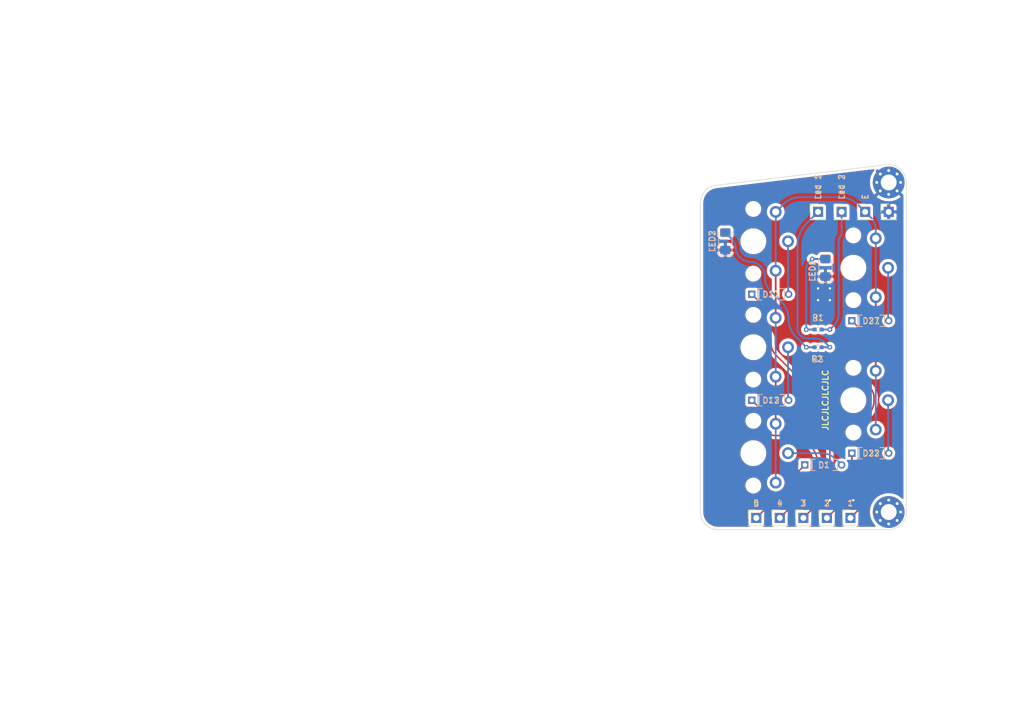
<source format=kicad_pcb>
(kicad_pcb (version 20211014) (generator pcbnew)

  (general
    (thickness 1.6)
  )

  (paper "A4")
  (layers
    (0 "F.Cu" signal)
    (31 "B.Cu" signal)
    (32 "B.Adhes" user "B.Adhesive")
    (33 "F.Adhes" user "F.Adhesive")
    (34 "B.Paste" user)
    (35 "F.Paste" user)
    (36 "B.SilkS" user "B.Silkscreen")
    (37 "F.SilkS" user "F.Silkscreen")
    (38 "B.Mask" user)
    (39 "F.Mask" user)
    (40 "Dwgs.User" user "User.Drawings")
    (41 "Cmts.User" user "User.Comments")
    (42 "Eco1.User" user "User.Eco1")
    (43 "Eco2.User" user "User.Eco2")
    (44 "Edge.Cuts" user)
    (45 "Margin" user)
    (46 "B.CrtYd" user "B.Courtyard")
    (47 "F.CrtYd" user "F.Courtyard")
    (48 "B.Fab" user)
    (49 "F.Fab" user)
    (50 "User.1" user)
    (51 "User.2" user)
    (52 "User.3" user)
    (53 "User.4" user)
    (54 "User.5" user)
    (55 "User.6" user)
    (56 "User.7" user)
    (57 "User.8" user)
    (58 "User.9" user)
  )

  (setup
    (stackup
      (layer "F.SilkS" (type "Top Silk Screen") (color "White"))
      (layer "F.Paste" (type "Top Solder Paste"))
      (layer "F.Mask" (type "Top Solder Mask") (color "Purple") (thickness 0.01))
      (layer "F.Cu" (type "copper") (thickness 0.035))
      (layer "dielectric 1" (type "core") (thickness 1.51) (material "FR4") (epsilon_r 4.5) (loss_tangent 0.02))
      (layer "B.Cu" (type "copper") (thickness 0.035))
      (layer "B.Mask" (type "Bottom Solder Mask") (color "Purple") (thickness 0.01))
      (layer "B.Paste" (type "Bottom Solder Paste"))
      (layer "B.SilkS" (type "Bottom Silk Screen") (color "White"))
      (copper_finish "None")
      (dielectric_constraints no)
    )
    (pad_to_mask_clearance 0)
    (pcbplotparams
      (layerselection 0x00010fc_ffffffff)
      (disableapertmacros false)
      (usegerberextensions false)
      (usegerberattributes true)
      (usegerberadvancedattributes true)
      (creategerberjobfile true)
      (svguseinch false)
      (svgprecision 6)
      (excludeedgelayer true)
      (plotframeref false)
      (viasonmask false)
      (mode 1)
      (useauxorigin false)
      (hpglpennumber 1)
      (hpglpenspeed 20)
      (hpglpendiameter 15.000000)
      (dxfpolygonmode true)
      (dxfimperialunits true)
      (dxfusepcbnewfont true)
      (psnegative false)
      (psa4output false)
      (plotreference true)
      (plotvalue true)
      (plotinvisibletext false)
      (sketchpadsonfab false)
      (subtractmaskfromsilk false)
      (outputformat 1)
      (mirror false)
      (drillshape 1)
      (scaleselection 1)
      (outputdirectory "")
    )
  )

  (net 0 "")
  (net 1 "GND")
  (net 2 "/LED1")
  (net 3 "Net-(D1-Pad2)")
  (net 4 "/LED2")
  (net 5 "/5")
  (net 6 "/4")
  (net 7 "Net-(D12-Pad2)")
  (net 8 "/3")
  (net 9 "Net-(D17-Pad2)")
  (net 10 "/2")
  (net 11 "Net-(D22-Pad2)")
  (net 12 "/1")
  (net 13 "Net-(D27-Pad2)")
  (net 14 "Net-(D2-Pad2)")
  (net 15 "Net-(D3-Pad2)")
  (net 16 "/E")

  (footprint "LED_SMD:LED_1206_3216Metric_Pad1.42x1.75mm_HandSolder" (layer "F.Cu") (at 196.25 64.5 90))

  (footprint "resist_the:DIOAD829W49L456D191" (layer "F.Cu") (at 187 69))

  (footprint "mbk:Choc-1u-solder-flip" (layer "F.Cu") (at 184 60 90))

  (footprint "mbk:Choc-1u-solder-flip" (layer "F.Cu") (at 184 96 90))

  (footprint "mbk:Choc-1u-solder-flip" (layer "F.Cu") (at 201 64.5 90))

  (footprint "Resistor_SMD:R_0402_1005Metric_Pad0.72x0.64mm_HandSolder" (layer "F.Cu") (at 195 75))

  (footprint "mbk:Choc-1u-solder-flip" (layer "F.Cu") (at 184 78 90))

  (footprint "Connector_PinHeader_2.54mm:PinHeader_1x01_P2.54mm_Vertical" (layer "F.Cu") (at 203 55))

  (footprint "Connector_PinHeader_2.54mm:PinHeader_1x01_P2.54mm_Vertical" (layer "F.Cu") (at 188.5 107))

  (footprint "Resistor_SMD:R_0402_1005Metric_Pad0.72x0.64mm_HandSolder" (layer "F.Cu") (at 195 78))

  (footprint "Connector_PinHeader_2.54mm:PinHeader_1x01_P2.54mm_Vertical" (layer "F.Cu") (at 207 55))

  (footprint "Connector_PinHeader_2.54mm:PinHeader_1x01_P2.54mm_Vertical" (layer "F.Cu") (at 192.5 107))

  (footprint "Connector_PinHeader_2.54mm:PinHeader_1x01_P2.54mm_Vertical" (layer "F.Cu") (at 184.5 107))

  (footprint "LED_SMD:LED_1206_3216Metric_Pad1.42x1.75mm_HandSolder" (layer "F.Cu") (at 179.25 60 90))

  (footprint "Connector_PinHeader_2.54mm:PinHeader_1x01_P2.54mm_Vertical" (layer "F.Cu") (at 195 55))

  (footprint "resist_the:DIOAD829W49L456D191" (layer "F.Cu") (at 187 87))

  (footprint "Connector_PinHeader_2.54mm:PinHeader_1x01_P2.54mm_Vertical" (layer "F.Cu") (at 200.5 107))

  (footprint "resist_the:DIOAD829W49L456D191" (layer "F.Cu") (at 204 96))

  (footprint "mbk:Choc-1.5u-solder-flip" (layer "F.Cu") (at 201 87 90))

  (footprint "Connector_PinHeader_2.54mm:PinHeader_1x01_P2.54mm_Vertical" (layer "F.Cu") (at 199 55))

  (footprint "MountingHole:MountingHole_2.7mm_M2.5_Pad_Via" (layer "F.Cu") (at 207 50))

  (footprint "Connector_PinHeader_2.54mm:PinHeader_1x01_P2.54mm_Vertical" (layer "F.Cu") (at 196.5 107))

  (footprint "resist_the:DIOAD829W49L456D191" (layer "F.Cu") (at 196 98))

  (footprint "MountingHole:MountingHole_2.7mm_M2.5_Pad_Via" (layer "F.Cu") (at 207 106))

  (footprint "resist_the:DIOAD829W49L456D191" (layer "F.Cu") (at 204 73.5))

  (footprint "LED_SMD:LED_1206_3216Metric_Pad1.42x1.75mm_HandSolder" (layer "B.Cu") (at 196.25 64.5 90))

  (footprint "LED_SMD:LED_1206_3216Metric_Pad1.42x1.75mm_HandSolder" (layer "B.Cu") (at 179.25 60 90))

  (footprint "Resistor_SMD:R_0402_1005Metric_Pad0.72x0.64mm_HandSolder" (layer "B.Cu") (at 195 75))

  (footprint "Resistor_SMD:R_0402_1005Metric_Pad0.72x0.64mm_HandSolder" (layer "B.Cu") (at 195 78))

  (gr_arc (start 178 109) (mid 175.87868 108.12132) (end 175 106) (layer "Edge.Cuts") (width 0.1) (tstamp 57cf6787-8fef-4f69-9831-060ecb9d9dec))
  (gr_arc (start 210 106) (mid 209.12132 108.12132) (end 207 109) (layer "Edge.Cuts") (width 0.1) (tstamp 7181b1fc-41e5-4d82-ad73-f46ed88e627c))
  (gr_arc (start 207 47) (mid 209.12132 47.87868) (end 210 50) (layer "Edge.Cuts") (width 0.1) (tstamp 790c15be-9205-41e6-be3d-d551120a768a))
  (gr_line (start 177.5 50.5) (end 205.6 47.1) (layer "Edge.Cuts") (width 0.1) (tstamp 84509f82-0432-4c71-a961-b3df460fbca6))
  (gr_arc (start 175 53.5) (mid 175.706925 51.547438) (end 177.5 50.5) (layer "Edge.Cuts") (width 0.1) (tstamp 9f46b79e-37e4-42f3-af63-03cc22e6967e))
  (gr_line (start 175 53.5) (end 175 106) (layer "Edge.Cuts") (width 0.1) (tstamp baf711ef-1298-40f0-8f3a-4d126c3692e0))
  (gr_arc (start 205.6 47.1) (mid 206.297655 47.017166) (end 207 47) (layer "Edge.Cuts") (width 0.1) (tstamp c3362d31-94e4-4813-83c9-bde9d279e0a6))
  (gr_line (start 210 106) (end 210 50) (layer "Edge.Cuts") (width 0.1) (tstamp d6e73605-5002-4979-ba85-03d14276561b))
  (gr_line (start 178 109) (end 207 109) (layer "Edge.Cuts") (width 0.1) (tstamp f29abbac-b5f2-427c-846b-511d1c5287af))
  (gr_text "R2" (at 195 80 180) (layer "B.SilkS") (tstamp 14fdeeb3-80cf-4fe4-9656-d333ade71e0c)
    (effects (font (size 1 1) (thickness 0.15)) (justify mirror))
  )
  (gr_text "1" (at 200.5 104.5 180) (layer "B.SilkS") (tstamp 177024ff-6048-4813-8a84-ee7f71ce1ddc)
    (effects (font (size 1 1) (thickness 0.15)) (justify mirror))
  )
  (gr_text "LED2" (at 177 60 -90) (layer "B.SilkS") (tstamp 2e03893c-6676-422e-9e35-1d1c08b7d6a6)
    (effects (font (size 1 1) (thickness 0.15)) (justify mirror))
  )
  (gr_text "4" (at 188.5 104.5 180) (layer "B.SilkS") (tstamp 37ee1079-5fea-4daa-b4a6-bc3f4dee87eb)
    (effects (font (size 1 1) (thickness 0.15)) (justify mirror))
  )
  (gr_text "2" (at 196.5 104.5 180) (layer "B.SilkS") (tstamp 3e926ab3-ef17-42ad-ae5b-33e771066d87)
    (effects (font (size 1 1) (thickness 0.15)) (justify mirror))
  )
  (gr_text "R1" (at 195 72.984009 180) (layer "B.SilkS") (tstamp 48c9f7f9-270d-4dda-8c20-941eee9406a5)
    (effects (font (size 1 1) (thickness 0.15)) (justify mirror))
  )
  (gr_text "Led 2\n" (at 199 53 -90) (layer "B.SilkS") (tstamp 7345d7ed-9c98-419f-9ee4-b697d3ee7bf7)
    (effects (font (size 1 1) (thickness 0.15)) (justify left mirror))
  )
  (gr_text "E" (at 203 53 -90) (layer "B.SilkS") (tstamp b1054d70-e248-4dc2-8728-281af5f4d3c0)
    (effects (font (size 1 1) (thickness 0.15)) (justify left mirror))
  )
  (gr_text "Led 1" (at 195 53 -90) (layer "B.SilkS") (tstamp df5c4440-5eb4-47dd-b791-3e1979626865)
    (effects (font (size 1 1) (thickness 0.15)) (justify left mirror))
  )
  (gr_text "3" (at 192.474911 104.464834 180) (layer "B.SilkS") (tstamp e47c1934-c65d-49ae-9659-f455bd78dba6)
    (effects (font (size 1 1) (thickness 0.15)) (justify mirror))
  )
  (gr_text "5" (at 184.5 104.5 180) (layer "B.SilkS") (tstamp eadc5b00-6eb4-4f18-9bd1-c7f498e96d6e)
    (effects (font (size 1 1) (thickness 0.15)) (justify mirror))
  )
  (gr_text "LED1" (at 194 65 -90) (layer "B.SilkS") (tstamp fe689f08-0f21-414c-a812-fb818c789632)
    (effects (font (size 1 1) (thickness 0.15)) (justify mirror))
  )
  (gr_text "2" (at 196.5 104.5) (layer "F.SilkS") (tstamp 09a03fa3-aaf9-4005-b65b-cbca2946e8f0)
    (effects (font (size 1 1) (thickness 0.15)))
  )
  (gr_text "Led 2\n" (at 199 53 90) (layer "F.SilkS") (tstamp 47e308aa-739a-4071-b707-646a91dae769)
    (effects (font (size 1 1) (thickness 0.15)) (justify left))
  )
  (gr_text "LED1" (at 194 65 90) (layer "F.SilkS") (tstamp 4bf5ae9b-a104-4573-ab83-3739de1d5527)
    (effects (font (size 1 1) (thickness 0.15)))
  )
  (gr_text "4" (at 188.5 104.5) (layer "F.SilkS") (tstamp 597df556-8ee7-4cbd-8c88-a760106c014b)
    (effects (font (size 1 1) (thickness 0.15)))
  )
  (gr_text "LED2" (at 176.9905 59.983006 90) (layer "F.SilkS") (tstamp 6f2536cc-000b-45b1-899a-85c15145d98e)
    (effects (font (size 1 1) (thickness 0.15)))
  )
  (gr_text "Led 1" (at 195 53 90) (layer "F.SilkS") (tstamp 7254ed32-9671-4a08-95a4-6c1f4a6c98fc)
    (effects (font (size 1 1) (thickness 0.15)) (justify left))
  )
  (gr_text "5" (at 184.5 104.5) (layer "F.SilkS") (tstamp 746c7bf0-f567-43f0-81e4-e2d66432d5fd)
    (effects (font (size 1 1) (thickness 0.15)))
  )
  (gr_text "E" (at 203 53 90) (layer "F.SilkS") (tstamp a3b790cb-17fc-4a70-88a9-662f67bfd03a)
    (effects (font (size 1 1) (thickness 0.15)) (justify left))
  )
  (gr_text "JLCJLCJLCJLC" (at 196.25 87 90) (layer "F.SilkS") (tstamp a8c631c4-ad1a-4252-b9a2-1484637565b7)
    (effects (font (size 1 1) (thickness 0.2)))
  )
  (gr_text "R2" (at 194.826587 79.989509) (layer "F.SilkS") (tstamp c0961a1a-a049-434e-818f-26226286768e)
    (effects (font (size 1 1) (thickness 0.15)))
  )
  (gr_text "3" (at 192.5 104.5) (layer "F.SilkS") (tstamp df1da7ba-62c5-461a-90f0-38ecbe240397)
    (effects (font (size 1 1) (thickness 0.15)))
  )
  (gr_text "1" (at 200.5 104.5) (layer "F.SilkS") (tstamp f726649a-33c1-441b-8360-d07279c29874)
    (effects (font (size 1 1) (thickness 0.15)))
  )
  (gr_text "R1" (at 195 73) (layer "F.SilkS") (tstamp fc950abd-303e-4411-be37-3f8d44e2e79a)
    (effects (font (size 1 1) (thickness 0.15)))
  )

  (via (at 197 70) (size 0.8) (drill 0.4) (layers "F.Cu" "B.Cu") (free) (net 1) (tstamp 09fb0cd7-c629-4e04-901e-091171598246))
  (via (at 195 70) (size 0.8) (drill 0.4) (layers "F.Cu" "B.Cu") (free) (net 1) (tstamp 301bc442-274b-456a-bb58-0c8a9597a57e))
  (via (at 195 68) (size 0.8) (drill 0.4) (layers "F.Cu" "B.Cu") (free) (net 1) (tstamp 33a34ef4-d6af-4d47-9c6f-bf1bb72424e1))
  (via (at 201 104) (size 0.8) (drill 0.4) (layers "F.Cu" "B.Cu") (free) (net 1) (tstamp 3feaf01c-55c3-4472-b185-1dae56e576b4))
  (via (at 197 68) (size 0.8) (drill 0.4) (layers "F.Cu" "B.Cu") (free) (net 1) (tstamp ba0b7f5d-b8ef-4960-a3f9-9405dbecb5c1))
  (via (at 197 104) (size 0.8) (drill 0.4) (layers "F.Cu" "B.Cu") (free) (net 1) (tstamp cb04a119-8e6d-4160-b122-66c6a5555d0e))
  (segment (start 197 78) (end 195.5975 78) (width 0.3) (layer "F.Cu") (net 2) (tstamp c486abbe-dba1-4d1d-9806-703cdf522096))
  (via (at 197 78) (size 0.8) (drill 0.4) (layers "F.Cu" "B.Cu") (net 2) (tstamp bb5cd0de-7c7d-42a7-8757-a9f624244ad8))
  (segment (start 197 78) (end 195.5975 78) (width 0.3) (layer "B.Cu") (net 2) (tstamp 020d8c3a-e36e-4e8d-ae18-6e786a845093))
  (segment (start 191.5 60.753963) (end 191.5 74.792893) (width 0.3) (layer "B.Cu") (net 2) (tstamp 0e77eacb-b67a-48e9-a89f-a0f9bd4418ab))
  (segment (start 197 78) (end 196.25 77.25) (width 0.3) (layer "B.Cu") (net 2) (tstamp 8010a4fa-b7f4-44f1-bb33-7a70944586e5))
  (segment (start 194.439339 76.5) (end 193.207106 76.5) (width 0.3) (layer "B.Cu") (net 2) (tstamp a251a0b2-99ba-4d3e-a7ea-448a5826253f))
  (segment (start 193.093792 56.906207) (end 195 55) (width 0.3) (layer "B.Cu") (net 2) (tstamp a5073647-b6f5-4289-bf58-f08e3edbc8da))
  (arc (start 191.5 74.792893) (mid 191.629945 75.446174) (end 192 76) (width 0.3) (layer "B.Cu") (net 2) (tstamp 5c1c60b4-8a3f-472c-8750-904d26fb7bf1))
  (arc (start 196.25 77.25) (mid 195.419261 76.694918) (end 194.439339 76.5) (width 0.3) (layer "B.Cu") (net 2) (tstamp 8ee32d1c-2917-4dcc-896a-8a2b3911ec55))
  (arc (start 192 76) (mid 192.553825 76.370054) (end 193.207106 76.5) (width 0.3) (layer "B.Cu") (net 2) (tstamp ba03d4b4-83d8-47a9-aa39-4594c6c63b43))
  (arc (start 193.093792 56.906207) (mid 191.914213 58.671572) (end 191.5 60.753963) (width 0.3) (layer "B.Cu") (net 2) (tstamp cee3d005-8c99-47fd-a00d-3d5aad91ce3e))
  (segment (start 198 97) (end 199 98) (width 0.3) (layer "B.Cu") (net 3) (tstamp 80c3f665-b303-4c94-b5f8-400c92b12a7c))
  (segment (start 195.585786 96) (end 189.9 96) (width 0.3) (layer "B.Cu") (net 3) (tstamp e0531953-5dcc-4f8e-abfd-69d423c14e47))
  (arc (start 198 97) (mid 196.892349 96.259891) (end 195.585786 96) (width 0.3) (layer "B.Cu") (net 3) (tstamp 6e9c33a9-0fe5-49a9-899e-c90412205c58))
  (segment (start 197 75) (end 195.5975 75) (width 0.3) (layer "F.Cu") (net 4) (tstamp d81ccfab-22f4-42ac-9862-fbe541da4dc3))
  (via (at 197 75) (size 0.8) (drill 0.4) (layers "F.Cu" "B.Cu") (net 4) (tstamp b11c776a-5e8d-444d-8ad7-f73e0534b603))
  (segment (start 197 75) (end 195.5975 75) (width 0.3) (layer "B.Cu") (net 4) (tstamp 36534812-8c8c-4bc4-9408-caf96d264635))
  (segment (start 198.5 72.439339) (end 198.5 59.853553) (width 0.3) (layer "B.Cu") (net 4) (tstamp 36788b68-4d5c-4d67-b754-d1f1eb255d38))
  (segment (start 199 58.646446) (end 199 55) (width 0.3) (layer "B.Cu") (net 4) (tstamp b60f4ea4-a7c5-4fd4-8edd-70b450a645cb))
  (segment (start 197.75 74.25) (end 197 75) (width 0.3) (layer "B.Cu") (net 4) (tstamp faa6d8be-01f7-42a4-b726-d8925a218cfc))
  (arc (start 198.75 59.25) (mid 198.564972 59.526912) (end 198.5 59.853553) (width 0.3) (layer "B.Cu") (net 4) (tstamp 1969474d-eeeb-44d5-9243-c93ddb5c891f))
  (arc (start 199 58.646446) (mid 198.935027 58.973087) (end 198.75 59.25) (width 0.3) (layer "B.Cu") (net 4) (tstamp c38a7b89-af8c-4920-b6e3-c22fad313f13))
  (arc (start 198.5 72.439339) (mid 198.305081 73.419261) (end 197.75 74.25) (width 0.3) (layer "B.Cu") (net 4) (tstamp f36f8af1-d4e8-4f87-8182-ea31e721bf05))
  (segment (start 190.381281 102.118718) (end 188.853553 103.646446) (width 0.25) (layer "F.Cu") (net 5) (tstamp 49c6364b-2873-4684-b5c7-711274386ab7))
  (segment (start 191.618718 99.131281) (end 192.75 98) (width 0.25) (layer "F.Cu") (net 5) (tstamp 775e37d1-a988-424e-951c-c7d7781b9ce4))
  (segment (start 187.146446 104.353553) (end 184.5 107) (width 0.25) (layer "F.Cu") (net 5) (tstamp e755f486-9532-423a-a667-c0958b6f5953))
  (arc (start 191 100.625) (mid 190.8392 101.433394) (end 190.381281 102.118718) (width 0.25) (layer "F.Cu") (net 5) (tstamp 22206d5b-3ba7-4466-8052-006ecfbe135a))
  (arc (start 191.618718 99.131281) (mid 191.160799 99.816605) (end 191 100.625) (width 0.25) (layer "F.Cu") (net 5) (tstamp b5c5e25a-ef94-4f74-a264-001b65f19169))
  (arc (start 188 104) (mid 187.53806 104.091885) (end 187.146446 104.353553) (width 0.25) (layer "F.Cu") (net 5) (tstamp e5c49198-9e7a-4221-a10a-b756f05c4d63))
  (arc (start 188.853553 103.646446) (mid 188.461939 103.908114) (end 188 104) (width 0.25) (layer "F.Cu") (net 5) (tstamp fdf45d59-69ef-4e40-ba5f-a70d12b33c7e))
  (segment (start 193.409009 102.09099) (end 188.5 107) (width 0.25) (layer "F.Cu") (net 6) (tstamp 2847de72-27bd-4125-ad56-1df335cbed5a))
  (segment (start 195 98.12132) (end 195 98.25) (width 0.25) (layer "F.Cu") (net 6) (tstamp 7c8b80b7-1257-4904-8167-08444967c46d))
  (segment (start 186 90.643286) (end 186 91.355325) (width 0.25) (layer "F.Cu") (net 6) (tstamp 8f6fefda-2bac-4aa9-a3e7-cab1f24a8c88))
  (segment (start 189.878679 93) (end 187.644674 93) (width 0.25) (layer "F.Cu") (net 6) (tstamp 9d8ae9df-e476-42db-8cf7-7a6c5bd35a10))
  (segment (start 185.014798 88.264798) (end 183.75 87) (width 0.25) (layer "F.Cu") (net 6) (tstamp b79da02d-16ec-43db-a75f-a3fe5acbadf1))
  (arc (start 186 91.355325) (mid 186.125193 91.984715) (end 186.481714 92.518286) (width 0.25) (layer "F.Cu") (net 6) (tstamp 6563cd07-2679-4fc8-ba02-a617da2db5a4))
  (arc (start 195 98.25) (mid 194.586514 100.328728) (end 193.409009 102.09099) (width 0.25) (layer "F.Cu") (net 6) (tstamp 718feb68-d37a-4d4b-8ea9-53b0bc736953))
  (arc (start 186.481714 92.518286) (mid 187.015284 92.874806) (end 187.644674 93) (width 0.25) (layer "F.Cu") (net 6) (tstamp a8f3877c-2d9d-47d6-b17c-57935fc2266c))
  (arc (start 185.014798 88.264798) (mid 185.743954 89.356057) (end 186 90.643286) (width 0.25) (layer "F.Cu") (net 6) (tstamp b48557d5-962b-463c-aa16-38a274d5f006))
  (arc (start 193.5 94.5) (mid 191.838523 93.389837) (end 189.878679 93) (width 0.25) (layer "F.Cu") (net 6) (tstamp bf03ada9-3d65-4481-b2a9-54ffa080ad2c))
  (arc (start 193.5 94.5) (mid 194.610162 96.161475) (end 195 98.12132) (width 0.25) (layer "F.Cu") (net 6) (tstamp f5dc8f99-4b30-4437-bb00-694ec538bff0))
  (segment (start 189.9 86.829289) (end 189.9 78) (width 0.3) (layer "B.Cu") (net 7) (tstamp 254d4243-f92c-4ecd-aaaa-b1f29748f8e7))
  (segment (start 189.95 86.95) (end 190 87) (width 0.3) (layer "B.Cu") (net 7) (tstamp 832e0ca5-be5d-45e5-b3bf-deebf70cb5cc))
  (arc (start 189.9 86.829289) (mid 189.912994 86.894617) (end 189.95 86.95) (width 0.3) (layer "B.Cu") (net 7) (tstamp a33945b8-46f5-42a6-972d-6aead99e4c89))
  (segment (start 186 72.84099) (end 186 74.292893) (width 0.25) (layer "F.Cu") (net 8) (tstamp 170f0de8-dff5-4e96-88b4-6dd5c243834f))
  (segment (start 184.875 70.125) (end 183.75 69) (width 0.25) (layer "F.Cu") (net 8) (tstamp 3d0734c5-5ba5-4cd5-b307-a7ca0793189d))
  (segment (start 187 77.25) (end 187 76.707108) (width 0.25) (layer "F.Cu") (net 8) (tstamp 4f0ffb83-99de-4570-8390-ec9b1e9d8a18))
  (segment (start 195.406207 86.906207) (end 187.883883 79.383883) (width 0.25) (layer "F.Cu") (net 8) (tstamp 73d37517-6737-4b5e-847e-bb7ae3e3068f))
  (segment (start 195.406207 104.093792) (end 192.5 107) (width 0.25) (layer "F.Cu") (net 8) (tstamp c3d18368-ba54-4a72-b874-ff4134e3b76f))
  (segment (start 197 100.246036) (end 197 90.753963) (width 0.25) (layer "F.Cu") (net 8) (tstamp cff88e2f-8d05-4101-a02b-c2876fc970b0))
  (arc (start 197 100.246036) (mid 196.585786 102.328426) (end 195.406207 104.093792) (width 0.25) (layer "F.Cu") (net 8) (tstamp 20fd9e9d-8eb5-457a-b7b7-88604a001d70))
  (arc (start 195.406207 86.906207) (mid 196.585786 88.671572) (end 197 90.753963) (width 0.25) (layer "F.Cu") (net 8) (tstamp 2b2c8025-0ba1-4ef1-821b-1859a487d815))
  (arc (start 184.875 70.125) (mid 185.707622 71.371106) (end 186 72.84099) (width 0.25) (layer "F.Cu") (net 8) (tstamp aef964db-daa9-4d77-bf80-87cdd5198026))
  (arc (start 187 77.25) (mid 187.229713 78.404849) (end 187.883883 79.383883) (width 0.25) (layer "F.Cu") (net 8) (tstamp bc3887c9-8105-41ce-a42d-3bb1a69ac5ed))
  (arc (start 186.5 75.5) (mid 186.870054 76.053825) (end 187 76.707108) (width 0.25) (layer "F.Cu") (net 8) (tstamp ca7d4274-6661-4255-bec1-83417e3bb6fd))
  (arc (start 186 74.292893) (mid 186.129945 74.946174) (end 186.5 75.5) (width 0.25) (layer "F.Cu") (net 8) (tstamp ff402600-f3a0-475c-ba09-dec19328b35f))
  (segment (start 189.95 68.95) (end 190 69) (width 0.3) (layer "B.Cu") (net 9) (tstamp f02ba667-420b-4e68-a94d-c661ec72d40c))
  (segment (start 189.9 68.829289) (end 189.9 60) (width 0.3) (layer "B.Cu") (net 9) (tstamp f35ab418-0193-454c-81ba-04f4ab3a0258))
  (arc (start 189.9 68.829289) (mid 189.912994 68.894617) (end 189.95 68.95) (width 0.3) (layer "B.Cu") (net 9) (tstamp 21b054aa-36f3-45d8-9c78-c49e51a8326c))
  (segment (start 199.156207 104.343792) (end 196.5 107) (width 0.25) (layer "F.Cu") (net 10) (tstamp 109703ab-7df1-4347-bf9a-035f5ee69462))
  (segment (start 200.75 100.496036) (end 200.75 96) (width 0.25) (layer "F.Cu") (net 10) (tstamp 3a6b7365-46bb-4e29-bd31-ae25ddb41e86))
  (arc (start 200.75 100.496036) (mid 200.335786 102.578426) (end 199.156207 104.343792) (width 0.25) (layer "F.Cu") (net 10) (tstamp ce658448-83f1-4899-b8a7-e80671c4bab6))
  (segment (start 206.95 95.95) (end 207 96) (width 0.3) (layer "B.Cu") (net 11) (tstamp 05154e2c-6f3f-40ed-b1c8-eed4491d35ec))
  (segment (start 206.9 95.829289) (end 206.9 87) (width 0.3) (layer "B.Cu") (net 11) (tstamp b4ec5d28-e44e-4b1d-8fce-af6680395762))
  (arc (start 206.9 95.829289) (mid 206.912994 95.894617) (end 206.95 95.95) (width 0.3) (layer "B.Cu") (net 11) (tstamp 6552453a-17ce-4702-b146-c1312bd63eda))
  (segment (start 204.5 86.56066) (end 204.5 87.085786) (width 0.25) (layer "F.Cu") (net 12) (tstamp 1873ab48-5933-44c2-b866-a1c00b563fd6))
  (segment (start 201.875 74.625) (end 200.75 73.5) (width 0.25) (layer "F.Cu") (net 12) (tstamp 2e97f3e7-1eb0-4086-822f-965a126bd53e))
  (segment (start 201.5 106) (end 200.5 107) (width 0.25) (layer "F.Cu") (net 12) (tstamp 63e61ed7-30e0-445e-a243-cbdedc3298ef))
  (segment (start 202.5 91.914213) (end 202.5 103.585786) (width 0.25) (layer "F.Cu") (net 12) (tstamp 9414de43-4bf4-4010-a797-9985daa49472))
  (segment (start 203 77.34099) (end 203 82.939339) (width 0.25) (layer "F.Cu") (net 12) (tstamp e3fc788c-b441-4360-96cc-37a41ee16a22))
  (arc (start 203 82.939339) (mid 203.194918 83.919261) (end 203.75 84.75) (width 0.25) (layer "F.Cu") (net 12) (tstamp 1cb120c6-f5c4-41d3-93fd-0686f409c48b))
  (arc (start 201.875 74.625) (mid 202.707622 75.871106) (end 203 77.34099) (width 0.25) (layer "F.Cu") (net 12) (tstamp 23efdd00-b6e5-434d-9180-c45f19a24f27))
  (arc (start 204.5 87.085786) (mid 204.240108 88.392349) (end 203.5 89.5) (width 0.25) (layer "F.Cu") (net 12) (tstamp 41619cd9-cb96-4d5f-8733-b81558b2f5b4))
  (arc (start 202.5 103.585786) (mid 202.240108 104.892349) (end 201.5 106) (width 0.25) (layer "F.Cu") (net 12) (tstamp 78c5263e-ed31-4ca8-9e61-6518003257ec))
  (arc (start 203.75 84.75) (mid 204.305081 85.580737) (end 204.5 86.56066) (width 0.25) (layer "F.Cu") (net 12) (tstamp 842c4f7d-9626-46a6-b322-ff644d8e8e90))
  (arc (start 203.5 89.5) (mid 202.759891 90.60765) (end 202.5 91.914213) (width 0.25) (layer "F.Cu") (net 12) (tstamp 953b92a9-3b05-4c28-964f-67e443aa3db1))
  (segment (start 206.9 73.329289) (end 206.9 64.5) (width 0.3) (layer "B.Cu") (net 13) (tstamp 9be42099-5734-4415-89d1-a0b22c2fe498))
  (segment (start 206.95 73.45) (end 207 73.5) (width 0.3) (layer "B.Cu") (net 13) (tstamp bf68a3b8-0def-457c-847f-4728dcf0a72d))
  (arc (start 206.9 73.329289) (mid 206.912994 73.394617) (end 206.95 73.45) (width 0.3) (layer "B.Cu") (net 13) (tstamp 30c7f64f-92f4-46ff-8efa-fb5df45fd0e4))
  (segment (start 179.2375 58.5) (end 179.25 58.5125) (width 0.3) (layer "F.Cu") (net 14) (tstamp 092f1582-9ed3-402a-81ff-ed9d6f563097))
  (segment (start 193 78) (end 194.4025 78) (width 0.3) (layer "F.Cu") (net 14) (tstamp ff92b7b8-ea64-43c5-9514-719e478003b8))
  (via (at 193 78) (size 0.8) (drill 0.4) (layers "F.Cu" "B.Cu") (net 14) (tstamp 93a3202d-8cea-4f37-ba9a-41af88ce1d56))
  (segment (start 193 78) (end 191.237436 76.237436) (width 0.3) (layer "B.Cu") (net 14) (tstamp 26159f1f-5a51-462d-9016-eb9e2d9ace72))
  (segment (start 193 78) (end 194.4025 78) (width 0.3) (layer "B.Cu") (net 14) (tstamp 72fffbeb-5a2c-476e-a8df-8fe5f52ba0fc))
  (segment (start 180.3857 59.6482) (end 179.25 58.5125) (width 0.3) (layer "B.Cu") (net 14) (tstamp 7fe519dc-35e2-4e42-9ca3-32363bb94116))
  (segment (start 185.25 64.25) (end 185.207106 64.207106) (width 0.3) (layer "B.Cu") (net 14) (tstamp a0e9b128-bae5-4c7a-943d-cdf7756d25ef))
  (segment (start 188.762563 70.262563) (end 186.883883 68.383883) (width 0.3) (layer "B.Cu") (net 14) (tstamp b4e3e169-c9ea-46c7-af71-13426d589fb7))
  (segment (start 186 66.06066) (end 186 66.25) (width 0.3) (layer "B.Cu") (net 14) (tstamp c19e609d-3e59-46ca-b613-e3b10662df7d))
  (segment (start 181.614299 62.614299) (end 181.792893 62.792893) (width 0.3) (layer "B.Cu") (net 14) (tstamp c7e8dbca-1e90-4b89-8cd6-03a47e28b547))
  (arc (start 185.207106 64.207106) (mid 184.423879 63.68377) (end 183.5 63.5) (width 0.3) (layer "B.Cu") (net 14) (tstamp 0648cd9f-3e64-44bf-932d-45a982f59a77))
  (arc (start 180.3857 59.6482) (mid 180.840348 60.328629) (end 181 61.13125) (width 0.3) (layer "B.Cu") (net 14) (tstamp 0d69dfda-4dc6-432d-9e37-ef6e62a64533))
  (arc (start 181 61.13125) (mid 181.159651 61.93387) (end 181.614299 62.614299) (width 0.3) (layer "B.Cu") (net 14) (tstamp 1ec9aa07-2a40-4c52-a794-b7295c407f68))
  (arc (start 181.792893 62.792893) (mid 182.57612 63.316228) (end 183.5 63.5) (width 0.3) (layer "B.Cu") (net 14) (tstamp 44515472-290a-435f-bb90-22d54b824756))
  (arc (start 190 73.25) (mid 190.321599 74.866788) (end 191.237436 76.237436) (width 0.3) (layer "B.Cu") (net 14) (tstamp 4fe3157e-523c-41d0-a126-6aaeda208724))
  (arc (start 188.762563 70.262563) (mid 189.6784 71.63321) (end 190 73.25) (width 0.3) (layer "B.Cu") (net 14) (tstamp 9d02235e-307a-40d1-9e70-02d06c83f567))
  (arc (start 186 66.25) (mid 186.229713 67.404849) (end 186.883883 68.383883) (width 0.3) (layer "B.Cu") (net 14) (tstamp 9d604f50-4cf0-4f54-80ef-edd89e99edc8))
  (arc (start 185.25 64.25) (mid 185.805081 65.080737) (end 186 66.06066) (width 0.3) (layer "B.Cu") (net 14) (tstamp b5139c60-aa3b-4243-aaa0-cf75b0d9902f))
  (segment (start 194 63) (end 194.00625 63.00625) (width 0.3) (layer "F.Cu") (net 15) (tstamp 40cb3d81-58f6-4362-8e0f-f8dce47877db))
  (segment (start 193 75) (end 194.4025 75) (width 0.3) (layer "F.Cu") (net 15) (tstamp 46a680e0-9ba6-4821-87e5-3196b08e366e))
  (segment (start 194.021338 63.0125) (end 196.25 63.0125) (width 0.3) (layer "F.Cu") (net 15) (tstamp 79a7ad74-1b01-4630-b9a8-d6a1738f1097))
  (via (at 193 75) (size 0.8) (drill 0.4) (layers "F.Cu" "B.Cu") (net 15) (tstamp 09bb2edb-4793-43f4-9857-c58aba4588a9))
  (via (at 194 63) (size 0.8) (drill 0.4) (layers "F.Cu" "B.Cu") (net 15) (tstamp 4653ced5-fa60-46ee-8d92-f13ec406f0c9))
  (arc (start 194.00625 63.00625) (mid 194.013172 63.010875) (end 194.021338 63.0125) (width 0.3) (layer "F.Cu") (net 15) (tstamp f73c5352-e54b-4d6d-8d87-8403b53e52bd))
  (segment (start 193.5 63.5) (end 194 63) (width 0.3) (layer "B.Cu") (net 15) (tstamp 125a6e33-2184-483b-be26-34b1466d832e))
  (segment (start 194 63) (end 196.228661 63) (width 0.3) (layer "B.Cu") (net 15) (tstamp 497fece6-1d22-49de-b260-f0eb009a1b11))
  (segment (start 193 75) (end 194.4025 75) (width 0.3) (layer "B.Cu") (net 15) (tstamp 720cf525-19e8-4fc6-93bd-9100a6c2649f))
  (segment (start 193 64.707106) (end 193 75) (width 0.3) (layer "B.Cu") (net 15) (tstamp cc10e136-632e-49f7-8ca4-8095d48d8622))
  (segment (start 196.24375 63.00625) (end 196.25 63.0125) (width 0.3) (layer "B.Cu") (net 15) (tstamp d235dcbc-1386-4318-9b24-39f9cb5057fe))
  (arc (start 196.24375 63.00625) (mid 196.236827 63.001624) (end 196.228661 63) (width 0.3) (layer "B.Cu") (net 15) (tstamp 5d6d1310-4b9a-44d8-929c-785a6d395e21))
  (arc (start 193.5 63.5) (mid 193.129945 64.053825) (end 193 64.707106) (width 0.3) (layer "B.Cu") (net 15) (tstamp eb6bf346-096a-4f22-99f9-b1a5dcc62612))
  (segment (start 187.8 91) (end 187.8 83) (width 0.3) (layer "F.Cu") (net 16) (tstamp c99d906d-15dd-4e6e-9757-cd80343018fd))
  (segment (start 187.8 73) (end 187.8 65) (width 0.3) (layer "F.Cu") (net 16) (tstamp d98fca6f-d82e-41a5-8bf2-7110112a48c3))
  (segment (start 204.8 69.5) (end 204.8 82) (width 0.3) (layer "F.Cu") (net 16) (tstamp dd84bd08-e606-448a-be51-aa73e0152a4f))
  (segment (start 201.75 53.75) (end 202.1 54.1) (width 0.3) (layer "B.Cu") (net 16) (tstamp 13413711-5523-44a8-b507-3585ad582f02))
  (segment (start 204.8 60.85) (end 204.8 69.5) (width 0.3) (layer "B.Cu") (net 16) (tstamp 264066e1-aa71-4d25-9940-0ad30b899ce6))
  (segment (start 187.8 83) (end 187.8 73) (width 0.3) (layer "B.Cu") (net 16) (tstamp 6927f6d1-6d19-4688-b318-961146035e64))
  (segment (start 204.8 58.15) (end 204.8 58.072792) (width 0.3) (layer "B.Cu") (net 16) (tstamp 72b5ea93-077f-4b4e-ac74-90b4df1a761d))
  (segment (start 187.8 56.767766) (end 187.8 65) (width 0.3) (layer "B.Cu") (net 16) (tstamp 82143896-8f8b-4621-bb02-fbc42533a93c))
  (segment (start 204.8 58.15) (end 204.8 60.85) (width 0.3) (layer "B.Cu") (net 16) (tstamp 8c23893f-bb5b-4990-9b21-b368fecd256f))
  (segment (start 198.732233 52.5) (end 192.067766 52.5) (width 0.3) (layer "B.Cu") (net 16) (tstamp 993ba8c2-5e69-4425-9074-56ef5cd54fe5))
  (segment (start 187.8 101) (end 187.8 91) (width 0.3) (layer "B.Cu") (net 16) (tstamp c591d845-cd86-4d47-80cf-7a690d0d3f9d))
  (segment (start 202.1 54.1) (end 203.9 55.9) (width 0.3) (layer "B.Cu") (net 16) (tstamp f087a16a-f554-4e06-b2d1-c00ff3aeb20f))
  (segment (start 204.8 82) (end 204.8 92) (width 0.3) (layer "B.Cu") (net 16) (tstamp f3bd5e5b-a659-426b-ae2b-a493e6b9a2eb))
  (arc (start 201.75 53.75) (mid 200.365436 52.824864) (end 198.732233 52.5) (width 0.3) (layer "B.Cu") (net 16) (tstamp 5b8f393a-af00-4085-9248-6d32ac6b7de3))
  (arc (start 203.9 55.9) (mid 204.566097 56.896885) (end 204.8 58.072792) (width 0.3) (layer "B.Cu") (net 16) (tstamp 766c5571-2acb-42e6-8187-5ca549c7a657))
  (arc (start 189.05 53.75) (mid 188.124864 55.134562) (end 187.8 56.767766) (width 0.3) (layer "B.Cu") (net 16) (tstamp 8fe43a81-d43e-4654-bccd-c0ce127234ab))
  (arc (start 192.067766 52.5) (mid 190.434562 52.824864) (end 189.05 53.75) (width 0.3) (layer "B.Cu") (net 16) (tstamp c316bb6c-786f-4492-ae25-cb179b92d02a))

  (zone (net 1) (net_name "GND") (layers F&B.Cu) (tstamp 674dd1eb-56ea-42e2-a2de-873010d6fa83) (hatch edge 0.508)
    (connect_pads (clearance 0.508))
    (min_thickness 0.254) (filled_areas_thickness no)
    (fill yes (thermal_gap 0.508) (thermal_bridge_width 0.508))
    (polygon
      (pts
        (xy 230 142)
        (xy 56 142)
        (xy 56 19)
        (xy 230 19)
      )
    )
    (filled_polygon
      (layer "F.Cu")
      (pts
        (xy 201.800824 97.022924)
        (xy 201.851054 97.073098)
        (xy 201.8665 97.133545)
        (xy 201.8665 103.53577)
        (xy 201.865422 103.552216)
        (xy 201.861882 103.579106)
        (xy 201.862716 103.586659)
        (xy 201.864203 103.600134)
        (xy 201.864812 103.620141)
        (xy 201.853415 103.852163)
        (xy 201.852203 103.864464)
        (xy 201.841571 103.936142)
        (xy 201.813979 104.122155)
        (xy 201.811567 104.134282)
        (xy 201.748271 104.386979)
        (xy 201.744682 104.398812)
        (xy 201.656919 104.644095)
        (xy 201.652187 104.655519)
        (xy 201.619647 104.72432)
        (xy 201.577175 104.81412)
        (xy 201.540806 104.891015)
        (xy 201.534979 104.901916)
        (xy 201.494845 104.968877)
        (xy 201.401049 105.125366)
        (xy 201.394179 105.135647)
        (xy 201.238998 105.344884)
        (xy 201.231154 105.354442)
        (xy 201.080157 105.521043)
        (xy 201.0635 105.53639)
        (xy 201.053508 105.544057)
        (xy 201.048759 105.549985)
        (xy 201.031526 105.571495)
        (xy 201.022287 105.581809)
        (xy 200.999501 105.604595)
        (xy 200.937189 105.638621)
        (xy 200.910406 105.6415)
        (xy 199.601866 105.6415)
        (xy 199.539684 105.648255)
        (xy 199.403295 105.699385)
        (xy 199.286739 105.786739)
        (xy 199.199385 105.903295)
        (xy 199.148255 106.039684)
        (xy 199.1415 106.101866)
        (xy 199.1415 107.898134)
        (xy 199.148255 107.960316)
        (xy 199.199385 108.096705)
        (xy 199.286739 108.213261)
        (xy 199.293919 108.218642)
        (xy 199.29392 108.218643)
        (xy 199.355339 108.264674)
        (xy 199.397854 108.321533)
        (xy 199.40288 108.392352)
        (xy 199.36882 108.454645)
        (xy 199.306489 108.488635)
        (xy 199.279774 108.4915)
        (xy 197.720226 108.4915)
        (xy 197.652105 108.471498)
        (xy 197.605612 108.417842)
        (xy 197.595508 108.347568)
        (xy 197.625002 108.282988)
        (xy 197.644661 108.264674)
        (xy 197.70608 108.218643)
        (xy 197.706081 108.218642)
        (xy 197.713261 108.213261)
        (xy 197.800615 108.096705)
        (xy 197.851745 107.960316)
        (xy 197.8585 107.898134)
        (xy 197.8585 106.589594)
        (xy 197.878502 106.521473)
        (xy 197.895405 106.500499)
        (xy 199.565978 104.829925)
        (xy 199.57942 104.81826)
        (xy 199.594605 104.806859)
        (xy 199.594607 104.806857)
        (xy 199.597901 104.804384)
        (xy 199.60745 104.795033)
        (xy 199.609998 104.791783)
        (xy 199.610168 104.791594)
        (xy 199.616834 104.783797)
        (xy 199.782849 104.605483)
        (xy 199.901054 104.478521)
        (xy 199.90106 104.478514)
        (xy 199.902586 104.476875)
        (xy 200.17487 104.138991)
        (xy 200.182308 104.128279)
        (xy 200.421073 103.784391)
        (xy 200.421074 103.784389)
        (xy 200.422356 103.782543)
        (xy 200.643783 103.409348)
        (xy 200.761593 103.173995)
        (xy 200.83702 103.023311)
        (xy 200.837021 103.023308)
        (xy 200.838023 103.021307)
        (xy 200.843441 103.008228)
        (xy 201.003229 102.622469)
        (xy 201.003233 102.622459)
        (xy 201.004086 102.620399)
        (xy 201.066407 102.433157)
        (xy 201.140418 102.210794)
        (xy 201.140423 102.210779)
        (xy 201.141126 102.208665)
        (xy 201.248444 101.788204)
        (xy 201.267536 101.682389)
        (xy 201.294757 101.531513)
        (xy 201.325493 101.361158)
        (xy 201.371882 100.929704)
        (xy 201.386284 100.526531)
        (xy 201.387363 100.514384)
        (xy 201.387431 100.513495)
        (xy 201.388013 100.509404)
        (xy 201.388153 100.49604)
        (xy 201.387658 100.491947)
        (xy 201.387657 100.491934)
        (xy 201.384413 100.465125)
        (xy 201.3835 100.449988)
        (xy 201.3835 97.242067)
        (xy 201.403502 97.173946)
        (xy 201.457158 97.127453)
        (xy 201.475466 97.121163)
        (xy 201.479316 97.120745)
        (xy 201.486707 97.117974)
        (xy 201.486712 97.117973)
        (xy 201.607297 97.072767)
        (xy 201.615705 97.069615)
        (xy 201.664935 97.032719)
        (xy 201.731441 97.007871)
      )
    )
    (filled_polygon
      (layer "F.Cu")
      (pts
        (xy 204.473993 47.7686)
        (xy 204.526594 47.816282)
        (xy 204.545066 47.884834)
        (xy 204.523544 47.95249)
        (xy 204.514585 47.963873)
        (xy 204.514657 47.963931)
        (xy 204.507992 47.972103)
        (xy 204.301287 48.256608)
        (xy 204.29747 48.26253)
        (xy 204.123771 48.568297)
        (xy 204.120641 48.574602)
        (xy 203.982101 48.897838)
        (xy 203.979699 48.904439)
        (xy 203.878055 49.241099)
        (xy 203.8764 49.247942)
        (xy 203.812918 49.593824)
        (xy 203.812035 49.600819)
        (xy 203.787504 49.951621)
        (xy 203.787406 49.958666)
        (xy 203.802133 50.310021)
        (xy 203.802818 50.317013)
        (xy 203.85662 50.664559)
        (xy 203.85808 50.671426)
        (xy 203.950288 51.010807)
        (xy 203.952502 51.017463)
        (xy 204.08197 51.344462)
        (xy 204.084909 51.350823)
        (xy 204.250019 51.661347)
        (xy 204.253653 51.667348)
        (xy 204.452339 51.957523)
        (xy 204.456633 51.963098)
        (xy 204.547208 52.06803)
        (xy 204.560251 52.076447)
        (xy 204.570282 52.070508)
        (xy 206.910905 49.729885)
        (xy 206.973217 49.695859)
        (xy 207.044032 49.700924)
        (xy 207.089095 49.729885)
        (xy 209.443511 52.084301)
        (xy 209.442419 52.085393)
        (xy 209.47609 52.119069)
        (xy 209.4915 52.179449)
        (xy 209.4915 103.642935)
        (xy 209.471498 103.711056)
        (xy 209.417842 103.757549)
        (xy 209.347568 103.767653)
        (xy 209.282988 103.738159)
        (xy 209.280256 103.735607)
        (xy 209.280245 103.735619)
        (xy 209.016244 103.497911)
        (xy 209.016241 103.497909)
        (xy 209.013626 103.495554)
        (xy 209.010776 103.493513)
        (xy 209.010769 103.493508)
        (xy 208.724763 103.288748)
        (xy 208.72476 103.288746)
        (xy 208.721909 103.286705)
        (xy 208.40873 103.111675)
        (xy 208.077992 102.972646)
        (xy 208.074623 102.971655)
        (xy 208.074619 102.971653)
        (xy 207.922754 102.926957)
        (xy 207.733818 102.87135)
        (xy 207.411497 102.814516)
        (xy 207.383958 102.80966)
        (xy 207.383956 102.80966)
        (xy 207.380498 102.80905)
        (xy 207.376987 102.808829)
        (xy 207.376986 102.808829)
        (xy 207.025953 102.786743)
        (xy 207.025947 102.786743)
        (xy 207.022435 102.786522)
        (xy 206.921046 102.791481)
        (xy 206.667599 102.803876)
        (xy 206.667591 102.803877)
        (xy 206.664092 102.804048)
        (xy 206.660624 102.80461)
        (xy 206.660621 102.80461)
        (xy 206.313411 102.860846)
        (xy 206.313408 102.860847)
        (xy 206.309936 102.861409)
        (xy 206.306549 102.862355)
        (xy 206.306543 102.862356)
        (xy 206.022406 102.941689)
        (xy 205.964381 102.95789)
        (xy 205.83979 103.008228)
        (xy 205.634998 103.090969)
        (xy 205.634994 103.090971)
        (xy 205.631734 103.092288)
        (xy 205.628647 103.093957)
        (xy 205.628643 103.093959)
        (xy 205.592699 103.113394)
        (xy 205.316142 103.262928)
        (xy 205.021537 103.467683)
        (xy 205.018895 103.469996)
        (xy 205.018891 103.469999)
        (xy 204.821349 103.642935)
        (xy 204.751593 103.704002)
        (xy 204.749218 103.706603)
        (xy 204.584351 103.887155)
        (xy 204.509672 103.968938)
        (xy 204.298792 104.25919)
        (xy 204.12158 104.57114)
        (xy 204.07363 104.683015)
        (xy 203.982084 104.896609)
        (xy 203.980245 104.900899)
        (xy 203.876549 105.244358)
        (xy 203.866694 105.298055)
        (xy 203.822393 105.539433)
        (xy 203.811784 105.597235)
        (xy 203.786757 105.955132)
        (xy 203.801781 106.313588)
        (xy 203.821837 106.443141)
        (xy 203.83643 106.537404)
        (xy 203.856668 106.668136)
        (xy 203.950734 107.014356)
        (xy 204.082806 107.347933)
        (xy 204.084461 107.351045)
        (xy 204.084463 107.35105)
        (xy 204.118643 107.415333)
        (xy 204.251239 107.664709)
        (xy 204.253224 107.667607)
        (xy 204.25323 107.667618)
        (xy 204.451942 107.957829)
        (xy 204.451947 107.957835)
        (xy 204.453933 107.960736)
        (xy 204.456236 107.963404)
        (xy 204.68502 108.228453)
        (xy 204.688361 108.232324)
        (xy 204.732343 108.273052)
        (xy 204.768734 108.33401)
        (xy 204.766391 108.404968)
        (xy 204.726057 108.463395)
        (xy 204.660539 108.490741)
        (xy 204.646732 108.4915)
        (xy 201.720226 108.4915)
        (xy 201.652105 108.471498)
        (xy 201.605612 108.417842)
        (xy 201.595508 108.347568)
        (xy 201.625002 108.282988)
        (xy 201.644661 108.264674)
        (xy 201.70608 108.218643)
        (xy 201.706081 108.218642)
        (xy 201.713261 108.213261)
        (xy 201.800615 108.096705)
        (xy 201.851745 107.960316)
        (xy 201.8585 107.898134)
        (xy 201.8585 106.589594)
        (xy 201.878502 106.521473)
        (xy 201.895405 106.500499)
        (xy 201.909767 106.486137)
        (xy 201.92321 106.474471)
        (xy 201.938394 106.463071)
        (xy 201.938397 106.463068)
        (xy 201.941694 106.460593)
        (xy 201.951242 106.451242)
        (xy 201.953789 106.447994)
        (xy 201.954615 106.446941)
        (xy 201.96087 106.439566)
        (xy 202.187622 106.192109)
        (xy 202.189473 106.190089)
        (xy 202.316286 106.024823)
        (xy 202.402973 105.911849)
        (xy 202.404642 105.909674)
        (xy 202.594553 105.611573)
        (xy 202.75776 105.298055)
        (xy 202.89302 104.971505)
        (xy 202.999305 104.634409)
        (xy 203.075806 104.289333)
        (xy 203.079371 104.262258)
        (xy 203.097892 104.121566)
        (xy 203.12194 103.938902)
        (xy 203.135955 103.617879)
        (xy 203.137092 103.605624)
        (xy 203.137433 103.603227)
        (xy 203.137434 103.603219)
        (xy 203.138013 103.599147)
        (xy 203.138153 103.585783)
        (xy 203.134413 103.554879)
        (xy 203.1335 103.539741)
        (xy 203.1335 95.970359)
        (xy 205.868058 95.970359)
        (xy 205.881611 96.177135)
        (xy 205.932619 96.37798)
        (xy 206.019373 96.566165)
        (xy 206.022704 96.570878)
        (xy 206.022705 96.57088)
        (xy 206.075652 96.645797)
        (xy 206.13897 96.73539)
        (xy 206.287402 96.879986)
        (xy 206.292198 96.883191)
        (xy 206.292201 96.883193)
        (xy 206.367017 96.933183)
        (xy 206.459699 96.995111)
        (xy 206.465002 96.997389)
        (xy 206.465005 96.997391)
        (xy 206.620575 97.064229)
        (xy 206.650091 97.07691)
        (xy 206.756748 97.101044)
        (xy 206.838245 97.119485)
        (xy 206.852201 97.122643)
        (xy 206.857972 97.12287)
        (xy 206.857974 97.12287)
        (xy 206.92721 97.12559)
        (xy 207.059262 97.130778)
        (xy 207.147578 97.117973)
        (xy 207.258616 97.101874)
        (xy 207.258621 97.101873)
        (xy 207.264337 97.101044)
        (xy 207.269809 97.099186)
        (xy 207.269811 97.099186)
        (xy 207.455096 97.03629)
        (xy 207.455098 97.036289)
        (xy 207.46056 97.034435)
        (xy 207.641359 96.933183)
        (xy 207.800678 96.800678)
        (xy 207.933183 96.641359)
        (xy 208.034435 96.46056)
        (xy 208.07724 96.334463)
        (xy 208.099186 96.269811)
        (xy 208.099186 96.269809)
        (xy 208.101044 96.264337)
        (xy 208.101873 96.258621)
        (xy 208.101874 96.258616)
        (xy 208.130245 96.062936)
        (xy 208.130778 96.059262)
        (xy 208.13233 96)
        (xy 208.113369 95.793649)
        (xy 208.106788 95.770312)
        (xy 208.058689 95.599768)
        (xy 208.058688 95.599766)
        (xy 208.057121 95.594209)
        (xy 208.046265 95.572194)
        (xy 207.968025 95.41354)
        (xy 207.96547 95.408359)
        (xy 207.943645 95.379131)
        (xy 207.844938 95.246947)
        (xy 207.844937 95.246946)
        (xy 207.841485 95.242323)
        (xy 207.724621 95.134295)
        (xy 207.693559 95.105581)
        (xy 207.693556 95.105579)
        (xy 207.689319 95.101662)
        (xy 207.567688 95.024919)
        (xy 207.518951 94.994168)
        (xy 207.518946 94.994166)
        (xy 207.514067 94.991087)
        (xy 207.321599 94.9143)
        (xy 207.118361 94.873873)
        (xy 207.112587 94.873797)
        (xy 207.112583 94.873797)
        (xy 207.007399 94.872421)
        (xy 206.911158 94.871161)
        (xy 206.905461 94.87214)
        (xy 206.90546 94.87214)
        (xy 206.712628 94.905274)
        (xy 206.712627 94.905274)
        (xy 206.706931 94.906253)
        (xy 206.512519 94.977976)
        (xy 206.334433 95.083926)
        (xy 206.178637 95.220555)
        (xy 206.050348 95.383289)
        (xy 205.953863 95.566676)
        (xy 205.892414 95.764575)
        (xy 205.868058 95.970359)
        (xy 203.1335 95.970359)
        (xy 203.1335 92.552059)
        (xy 203.153502 92.483938)
        (xy 203.207158 92.437445)
        (xy 203.277432 92.427341)
        (xy 203.342012 92.456835)
        (xy 203.375909 92.503841)
        (xy 203.45176 92.686963)
        (xy 203.454346 92.691183)
        (xy 203.573241 92.885202)
        (xy 203.573245 92.885208)
        (xy 203.575824 92.889416)
        (xy 203.730031 93.069969)
        (xy 203.910584 93.224176)
        (xy 203.914792 93.226755)
        (xy 203.914798 93.226759)
        (xy 204.046306 93.307347)
        (xy 204.113037 93.34824)
        (xy 204.117607 93.350133)
        (xy 204.117611 93.350135)
        (xy 204.327833 93.437211)
        (xy 204.332406 93.439105)
        (xy 204.412609 93.45836)
        (xy 204.558476 93.49338)
        (xy 204.558482 93.493381)
        (xy 204.563289 93.494535)
        (xy 204.8 93.513165)
        (xy 205.036711 93.494535)
        (xy 205.041518 93.493381)
        (xy 205.041524 93.49338)
        (xy 205.187391 93.45836)
        (xy 205.267594 93.439105)
        (xy 205.272167 93.437211)
        (xy 205.482389 93.350135)
        (xy 205.482393 93.350133)
        (xy 205.486963 93.34824)
        (xy 205.553694 93.307347)
        (xy 205.685202 93.226759)
        (xy 205.685208 93.226755)
        (xy 205.689416 93.224176)
        (xy 205.869969 93.069969)
        (xy 206.024176 92.889416)
        (xy 206.026755 92.885208)
        (xy 206.026759 92.885202)
        (xy 206.145654 92.691183)
        (xy 206.14824 92.686963)
        (xy 206.165706 92.644798)
        (xy 206.237211 92.472167)
        (xy 206.237212 92.472165)
        (xy 206.239105 92.467594)
        (xy 206.260201 92.379724)
        (xy 206.29338 92.241524)
        (xy 206.293381 92.241518)
        (xy 206.294535 92.236711)
        (xy 206.313165 92)
        (xy 206.294535 91.763289)
        (xy 206.287752 91.735032)
        (xy 206.253628 91.592897)
        (xy 206.239105 91.532406)
        (xy 206.237211 91.527833)
        (xy 206.150135 91.317611)
        (xy 206.150133 91.317607)
        (xy 206.14824 91.313037)
        (xy 206.118783 91.264968)
        (xy 206.026759 91.114798)
        (xy 206.026755 91.114792)
        (xy 206.024176 91.110584)
        (xy 205.869969 90.930031)
        (xy 205.689416 90.775824)
        (xy 205.685208 90.773245)
        (xy 205.685202 90.773241)
        (xy 205.491183 90.654346)
        (xy 205.486963 90.65176)
        (xy 205.482393 90.649867)
        (xy 205.482389 90.649865)
        (xy 205.272167 90.562789)
        (xy 205.272165 90.562788)
        (xy 205.267594 90.560895)
        (xy 205.148929 90.532406)
        (xy 205.041524 90.50662)
        (xy 205.041518 90.506619)
        (xy 205.036711 90.505465)
        (xy 204.8 90.486835)
        (xy 204.563289 90.505465)
        (xy 204.558482 90.506619)
        (xy 204.558476 90.50662)
        (xy 204.451071 90.532406)
        (xy 204.332406 90.560895)
        (xy 204.327835 90.562788)
        (xy 204.327833 90.562789)
        (xy 204.117611 90.649865)
        (xy 204.117607 90.649867)
        (xy 204.113037 90.65176)
        (xy 204.108817 90.654346)
        (xy 203.914798 90.773241)
        (xy 203.914792 90.773245)
        (xy 203.910584 90.775824)
        (xy 203.730031 90.930031)
        (xy 203.575824 91.110584)
        (xy 203.573245 91.114792)
        (xy 203.573241 91.114798)
        (xy 203.458002 91.302851)
        (xy 203.405354 91.350482)
        (xy 203.335312 91.362089)
        (xy 203.270115 91.333986)
        (xy 203.230461 91.275095)
        (xy 203.228345 91.206401)
        (xy 203.251735 91.113022)
        (xy 203.255324 91.101189)
        (xy 203.343087 90.855907)
        (xy 203.347819 90.844484)
        (xy 203.459199 90.608988)
        (xy 203.465028 90.598082)
        (xy 203.48801 90.55974)
        (xy 203.531707 90.486835)
        (xy 203.598956 90.374637)
        (xy 203.605826 90.364356)
        (xy 203.761007 90.155119)
        (xy 203.768851 90.145561)
        (xy 203.907895 89.992148)
        (xy 203.91734 89.981727)
        (xy 203.93505 89.965581)
        (xy 203.938396 89.963069)
        (xy 203.941694 89.960593)
        (xy 203.946261 89.95612)
        (xy 203.946492 89.955943)
        (xy 203.946674 89.955715)
        (xy 203.951242 89.951242)
        (xy 203.953782 89.948003)
        (xy 203.953788 89.947996)
        (xy 203.954615 89.946941)
        (xy 203.96087 89.939566)
        (xy 204.187622 89.692109)
        (xy 204.189473 89.690089)
        (xy 204.227931 89.63997)
        (xy 204.402973 89.411849)
        (xy 204.404642 89.409674)
        (xy 204.594553 89.111573)
        (xy 204.75776 88.798055)
        (xy 204.89302 88.471505)
        (xy 204.972014 88.220965)
        (xy 204.998476 88.137039)
        (xy 204.998477 88.137034)
        (xy 204.999305 88.134409)
        (xy 205.075806 87.789333)
        (xy 205.084742 87.72146)
        (xy 205.105186 87.566165)
        (xy 205.12194 87.438902)
        (xy 205.135955 87.117879)
        (xy 205.137092 87.105624)
        (xy 205.137433 87.103227)
        (xy 205.137434 87.103219)
        (xy 205.138013 87.099147)
        (xy 205.138153 87.085783)
        (xy 205.134413 87.054879)
        (xy 205.1335 87.039741)
        (xy 205.1335 87)
        (xy 205.386835 87)
        (xy 205.405465 87.236711)
        (xy 205.406619 87.241518)
        (xy 205.40662 87.241524)
        (xy 205.439381 87.37798)
        (xy 205.460895 87.467594)
        (xy 205.462788 87.472165)
        (xy 205.462789 87.472167)
        (xy 205.544954 87.670531)
        (xy 205.55176 87.686963)
        (xy 205.554346 87.691183)
        (xy 205.673241 87.885202)
        (xy 205.673245 87.885208)
        (xy 205.675824 87.889416)
        (xy 205.830031 88.069969)
        (xy 206.010584 88.224176)
        (xy 206.014792 88.226755)
        (xy 206.014798 88.226759)
        (xy 206.170875 88.322403)
        (xy 206.213037 88.34824)
        (xy 206.217607 88.350133)
        (xy 206.217611 88.350135)
        (xy 206.427833 88.437211)
        (xy 206.432406 88.439105)
        (xy 206.512609 88.45836)
        (xy 206.658476 88.49338)
        (xy 206.658482 88.493381)
        (xy 206.663289 88.494535)
        (xy 206.9 88.513165)
        (xy 207.136711 88.494535)
        (xy 207.141518 88.493381)
        (xy 207.141524 88.49338)
        (xy 207.287391 88.45836)
        (xy 207.367594 88.439105)
        (xy 207.372167 88.437211)
        (xy 207.582389 88.350135)
        (xy 207.582393 88.350133)
        (xy 207.586963 88.34824)
        (xy 207.629125 88.322403)
        (xy 207.785202 88.226759)
        (xy 207.785208 88.226755)
        (xy 207.789416 88.224176)
        (xy 207.969969 88.069969)
        (xy 208.124176 87.889416)
        (xy 208.126755 87.885208)
        (xy 208.126759 87.885202)
        (xy 208.245654 87.691183)
        (xy 208.24824 87.686963)
        (xy 208.255047 87.670531)
        (xy 208.337211 87.472167)
        (xy 208.337212 87.472165)
        (xy 208.339105 87.467594)
        (xy 208.360619 87.37798)
        (xy 208.39338 87.241524)
        (xy 208.393381 87.241518)
        (xy 208.394535 87.236711)
        (xy 208.413165 87)
        (xy 208.394535 86.763289)
        (xy 208.393132 86.757442)
        (xy 208.354327 86.595811)
        (xy 208.339105 86.532406)
        (xy 208.334102 86.520327)
        (xy 208.250135 86.317611)
        (xy 208.250133 86.317607)
        (xy 208.24824 86.313037)
        (xy 208.209782 86.250279)
        (xy 208.126759 86.114798)
        (xy 208.126755 86.114792)
        (xy 208.124176 86.110584)
        (xy 207.990968 85.954618)
        (xy 207.973177 85.933787)
        (xy 207.969969 85.930031)
        (xy 207.789416 85.775824)
        (xy 207.785208 85.773245)
        (xy 207.785202 85.773241)
        (xy 207.591183 85.654346)
        (xy 207.586963 85.65176)
        (xy 207.582393 85.649867)
        (xy 207.582389 85.649865)
        (xy 207.372167 85.562789)
        (xy 207.372165 85.562788)
        (xy 207.367594 85.560895)
        (xy 207.287391 85.54164)
        (xy 207.141524 85.50662)
        (xy 207.141518 85.506619)
        (xy 207.136711 85.505465)
        (xy 206.9 85.486835)
        (xy 206.663289 85.505465)
        (xy 206.658482 85.506619)
        (xy 206.658476 85.50662)
        (xy 206.512609 85.54164)
        (xy 206.432406 85.560895)
        (xy 206.427835 85.562788)
        (xy 206.427833 85.562789)
        (xy 206.217611 85.649865)
        (xy 206.217607 85.649867)
        (xy 206.213037 85.65176)
        (xy 206.208817 85.654346)
        (xy 206.014798 85.773241)
        (xy 206.014792 85.773245)
        (xy 206.010584 85.775824)
        (xy 205.830031 85.930031)
        (xy 205.826823 85.933787)
        (xy 205.809032 85.954618)
        (xy 205.675824 86.110584)
        (xy 205.673245 86.114792)
        (xy 205.673241 86.114798)
        (xy 205.590218 86.250279)
        (xy 205.55176 86.313037)
        (xy 205.549867 86.317607)
        (xy 205.549865 86.317611)
        (xy 205.465898 86.520327)
        (xy 205.460895 86.532406)
        (xy 205.445673 86.595811)
        (xy 205.406869 86.757442)
        (xy 205.405465 86.763289)
        (xy 205.386835 87)
        (xy 205.1335 87)
        (xy 205.1335 86.614646)
        (xy 205.134757 86.596895)
        (xy 205.137431 86.578102)
        (xy 205.138013 86.574014)
        (xy 205.138153 86.56065)
        (xy 205.137657 86.556557)
        (xy 205.137657 86.556548)
        (xy 205.137371 86.554189)
        (xy 205.13661 86.545231)
        (xy 205.122116 86.250279)
        (xy 205.122115 86.250274)
        (xy 205.121964 86.247191)
        (xy 205.075911 85.936751)
        (xy 205.070005 85.913173)
        (xy 205.0004 85.635309)
        (xy 205.000399 85.635304)
        (xy 204.999651 85.63232)
        (xy 204.998614 85.629422)
        (xy 204.998611 85.629412)
        (xy 204.894964 85.339748)
        (xy 204.89392 85.336829)
        (xy 204.837123 85.216744)
        (xy 204.761057 85.055919)
        (xy 204.761053 85.055911)
        (xy 204.759735 85.053125)
        (xy 204.702805 84.958143)
        (xy 204.599978 84.786589)
        (xy 204.599978 84.786588)
        (xy 204.598389 84.783938)
        (xy 204.411436 84.531862)
        (xy 204.298361 84.407103)
        (xy 204.223078 84.324041)
        (xy 204.215677 84.315077)
        (xy 204.213071 84.311606)
        (xy 204.213068 84.311602)
        (xy 204.210593 84.308306)
        (xy 204.20612 84.303739)
        (xy 204.205943 84.303508)
        (xy 204.205715 84.303326)
        (xy 204.201242 84.298758)
        (xy 204.19079 84.290563)
        (xy 204.173808 84.274492)
        (xy 204.037191 84.118711)
        (xy 204.027165 84.105644)
        (xy 203.896291 83.909777)
        (xy 203.888051 83.895505)
        (xy 203.783857 83.684226)
        (xy 203.777549 83.668998)
        (xy 203.774776 83.660827)
        (xy 203.701827 83.445933)
        (xy 203.697562 83.430017)
        (xy 203.675528 83.319249)
        (xy 203.681856 83.248535)
        (xy 203.72541 83.192468)
        (xy 203.792362 83.168848)
        (xy 203.861456 83.185174)
        (xy 203.880937 83.198856)
        (xy 203.906818 83.22096)
        (xy 203.906822 83.220963)
        (xy 203.910584 83.224176)
        (xy 203.914792 83.226755)
        (xy 203.914798 83.226759)
        (xy 203.962287 83.25586)
        (xy 204.113037 83.34824)
        (xy 204.117607 83.350133)
        (xy 204.117611 83.350135)
        (xy 204.310465 83.430017)
        (xy 204.332406 83.439105)
        (xy 204.412609 83.45836)
        (xy 204.558476 83.49338)
        (xy 204.558482 83.493381)
        (xy 204.563289 83.494535)
        (xy 204.8 83.513165)
        (xy 205.036711 83.494535)
        (xy 205.041518 83.493381)
        (xy 205.041524 83.49338)
        (xy 205.187391 83.45836)
        (xy 205.267594 83.439105)
        (xy 205.289535 83.430017)
        (xy 205.482389 83.350135)
        (xy 205.482393 83.350133)
        (xy 205.486963 83.34824)
        (xy 205.637713 83.25586)
        (xy 205.685202 83.226759)
        (xy 205.685208 83.226755)
        (xy 205.689416 83.224176)
        (xy 205.869969 83.069969)
        (xy 206.024176 82.889416)
        (xy 206.026755 82.885208)
        (xy 206.026759 82.885202)
        (xy 206.145654 82.691183)
        (xy 206.14824 82.686963)
        (xy 206.175878 82.62024)
        (xy 206.237211 82.472167)
        (xy 206.237212 82.472165)
        (xy 206.239105 82.467594)
        (xy 206.260192 82.37976)
        (xy 206.29338 82.241524)
        (xy 206.293381 82.241518)
        (xy 206.294535 82.236711)
        (xy 206.313165 82)
        (xy 206.294535 81.763289)
        (xy 206.239105 81.532406)
        (xy 206.14824 81.313037)
        (xy 206.145654 81.308817)
        (xy 206.026759 81.114798)
        (xy 206.026755 81.114792)
        (xy 206.024176 81.110584)
        (xy 205.869969 80.930031)
        (xy 205.689416 80.775824)
        (xy 205.685203 80.773242)
        (xy 205.685193 80.773235)
        (xy 205.518665 80.671186)
        (xy 205.471034 80.618539)
        (xy 205.4585 80.563754)
        (xy 205.4585 73.470359)
        (xy 205.868058 73.470359)
        (xy 205.881611 73.677135)
        (xy 205.932619 73.87798)
        (xy 206.019373 74.066165)
        (xy 206.022704 74.070878)
        (xy 206.022705 74.07088)
        (xy 206.135293 74.230187)
        (xy 206.13897 74.23539)
        (xy 206.143106 74.239419)
        (xy 206.247684 74.341294)
        (xy 206.287402 74.379986)
        (xy 206.292198 74.383191)
        (xy 206.292201 74.383193)
        (xy 206.393621 74.450959)
        (xy 206.459699 74.495111)
        (xy 206.465002 74.497389)
        (xy 206.465005 74.497391)
        (xy 206.591741 74.551841)
        (xy 206.650091 74.57691)
        (xy 206.852201 74.622643)
        (xy 206.857972 74.62287)
        (xy 206.857974 74.62287)
        (xy 206.92721 74.62559)
        (xy 207.059262 74.630778)
        (xy 207.147592 74.617971)
        (xy 207.258616 74.601874)
        (xy 207.258621 74.601873)
        (xy 207.264337 74.601044)
        (xy 207.269809 74.599186)
        (xy 207.269811 74.599186)
        (xy 207.455096 74.53629)
        (xy 207.455098 74.536289)
        (xy 207.46056 74.534435)
        (xy 207.628722 74.44026)
        (xy 207.636322 74.436004)
        (xy 207.636323 74.436003)
        (xy 207.641359 74.433183)
        (xy 207.800678 74.300678)
        (xy 207.933183 74.141359)
        (xy 208.034435 73.96056)
        (xy 208.069467 73.857361)
        (xy 208.099186 73.769811)
        (xy 208.099186 73.769809)
        (xy 208.101044 73.764337)
        (xy 208.101873 73.758621)
        (xy 208.101874 73.758616)
        (xy 208.130245 73.562936)
        (xy 208.130778 73.559262)
        (xy 208.13233 73.5)
        (xy 208.114628 73.307347)
        (xy 208.113898 73.299403)
        (xy 208.113897 73.2994)
        (xy 208.113369 73.293649)
        (xy 208.106788 73.270312)
        (xy 208.058689 73.099768)
        (xy 208.058688 73.099766)
        (xy 208.057121 73.094209)
        (xy 208.046265 73.072194)
        (xy 207.968025 72.91354)
        (xy 207.96547 72.908359)
        (xy 207.943362 72.878752)
        (xy 207.844938 72.746947)
        (xy 207.844937 72.746946)
        (xy 207.841485 72.742323)
        (xy 207.724621 72.634295)
        (xy 207.693559 72.605581)
        (xy 207.693556 72.605579)
        (xy 207.689319 72.601662)
        (xy 207.587181 72.537218)
        (xy 207.518951 72.494168)
        (xy 207.518946 72.494166)
        (xy 207.514067 72.491087)
        (xy 207.321599 72.4143)
        (xy 207.118361 72.373873)
        (xy 207.112587 72.373797)
        (xy 207.112583 72.373797)
        (xy 207.007399 72.372421)
        (xy 206.911158 72.371161)
        (xy 206.905461 72.37214)
        (xy 206.90546 72.37214)
        (xy 206.712628 72.405274)
        (xy 206.712627 72.405274)
        (xy 206.706931 72.406253)
        (xy 206.512519 72.477976)
        (xy 206.334433 72.583926)
        (xy 206.178637 72.720555)
        (xy 206.050348 72.883289)
        (xy 206.047659 72.8884)
        (xy 206.047657 72.888403)
        (xy 206.039592 72.903732)
        (xy 205.953863 73.066676)
        (xy 205.892414 73.264575)
        (xy 205.868058 73.470359)
        (xy 205.4585 73.470359)
        (xy 205.4585 70.936246)
        (xy 205.478502 70.868125)
        (xy 205.518665 70.828814)
        (xy 205.685193 70.726765)
        (xy 205.685203 70.726758)
        (xy 205.689416 70.724176)
        (xy 205.869969 70.569969)
        (xy 206.024176 70.389416)
        (xy 206.026755 70.385208)
        (xy 206.026759 70.385202)
        (xy 206.145654 70.191183)
        (xy 206.14824 70.186963)
        (xy 206.164586 70.147502)
        (xy 206.237211 69.972167)
        (xy 206.237212 69.972165)
        (xy 206.239105 69.967594)
        (xy 206.294535 69.736711)
        (xy 206.313165 69.5)
        (xy 206.294535 69.263289)
        (xy 206.280827 69.206188)
        (xy 206.253628 69.092897)
        (xy 206.239105 69.032406)
        (xy 206.233622 69.019168)
        (xy 206.150135 68.817611)
        (xy 206.150133 68.817607)
        (xy 206.14824 68.813037)
        (xy 206.118542 68.764575)
        (xy 206.026759 68.614798)
        (xy 206.026755 68.614792)
        (xy 206.024176 68.610584)
        (xy 205.869969 68.430031)
        (xy 205.689416 68.275824)
        (xy 205.685208 68.273245)
        (xy 205.685202 68.273241)
        (xy 205.491183 68.154346)
        (xy 205.486963 68.15176)
        (xy 205.482393 68.149867)
        (xy 205.482389 68.149865)
        (xy 205.272167 68.062789)
        (xy 205.272165 68.062788)
        (xy 205.267594 68.060895)
        (xy 205.187391 68.04164)
        (xy 205.041524 68.00662)
        (xy 205.041518 68.006619)
        (xy 205.036711 68.005465)
        (xy 204.8 67.986835)
        (xy 204.563289 68.005465)
        (xy 204.558482 68.006619)
        (xy 204.558476 68.00662)
        (xy 204.412609 68.04164)
        (xy 204.332406 68.060895)
        (xy 204.327835 68.062788)
        (xy 204.327833 68.062789)
        (xy 204.117611 68.149865)
        (xy 204.117607 68.149867)
        (xy 204.113037 68.15176)
        (xy 204.108817 68.154346)
        (xy 203.914798 68.273241)
        (xy 203.914792 68.273245)
        (xy 203.910584 68.275824)
        (xy 203.730031 68.430031)
        (xy 203.575824 68.610584)
        (xy 203.573245 68.614792)
        (xy 203.573241 68.614798)
        (xy 203.481458 68.764575)
        (xy 203.45176 68.813037)
        (xy 203.449867 68.817607)
        (xy 203.449865 68.817611)
        (xy 203.366378 69.019168)
        (xy 203.360895 69.032406)
        (xy 203.346372 69.092897)
        (xy 203.319174 69.206188)
        (xy 203.305465 69.263289)
        (xy 203.286835 69.5)
        (xy 203.305465 69.736711)
        (xy 203.360895 69.967594)
        (xy 203.362788 69.972165)
        (xy 203.362789 69.972167)
        (xy 203.435415 70.147502)
        (xy 203.45176 70.186963)
        (xy 203.454346 70.191183)
        (xy 203.573241 70.385202)
        (xy 203.573245 70.385208)
        (xy 203.575824 70.389416)
        (xy 203.730031 70.569969)
        (xy 203.910584 70.724176)
        (xy 203.914797 70.726758)
        (xy 203.914807 70.726765)
        (xy 204.081335 70.828814)
        (xy 204.128966 70.881461)
        (xy 204.1415 70.936246)
        (xy 204.1415 80.563754)
        (xy 204.121498 80.631875)
        (xy 204.081335 80.671186)
        (xy 203.914807 80.773235)
        (xy 203.914797 80.773242)
        (xy 203.910584 80.775824)
        (xy 203.841331 80.834972)
        (xy 203.776541 80.864003)
        (xy 203.706341 80.853398)
        (xy 203.653019 80.806524)
        (xy 203.6335 80.739161)
        (xy 203.6335 77.394983)
        (xy 203.634757 77.377229)
        (xy 203.637432 77.358433)
        (xy 203.638013 77.354352)
        (xy 203.638153 77.340988)
        (xy 203.637657 77.336887)
        (xy 203.63743 77.332771)
        (xy 203.637469 77.332769)
        (xy 203.637338 77.331159)
        (xy 203.627707 77.110584)
        (xy 203.620723 76.950639)
        (xy 203.569723 76.563261)
        (xy 203.485155 76.181802)
        (xy 203.465469 76.119366)
        (xy 203.368491 75.811793)
        (xy 203.368488 75.811785)
        (xy 203.367662 75.809165)
        (xy 203.22426 75.462965)
        (xy 203.219192 75.450729)
        (xy 203.219191 75.450728)
        (xy 203.218139 75.448187)
        (xy 203.037724 75.101613)
        (xy 202.82779 74.772083)
        (xy 202.628818 74.512777)
        (xy 202.591598 74.464271)
        (xy 202.591593 74.464265)
        (xy 202.589934 74.462103)
        (xy 202.441009 74.299579)
        (xy 202.344876 74.194668)
        (xy 202.34077 74.189723)
        (xy 202.340757 74.189734)
        (xy 202.33807 74.186605)
        (xy 202.335593 74.183306)
        (xy 202.326242 74.173758)
        (xy 202.301745 74.15455)
        (xy 202.290396 74.144491)
        (xy 201.914405 73.7685)
        (xy 201.880379 73.706188)
        (xy 201.8775 73.679405)
        (xy 201.8775 72.832866)
        (xy 201.870745 72.770684)
        (xy 201.819615 72.634295)
        (xy 201.732261 72.517739)
        (xy 201.615705 72.430385)
        (xy 201.479316 72.379255)
        (xy 201.417134 72.3725)
        (xy 200.082866 72.3725)
        (xy 200.020684 72.379255)
        (xy 199.884295 72.430385)
        (xy 199.767739 72.517739)
        (xy 199.680385 72.634295)
        (xy 199.629255 72.770684)
        (xy 199.6225 72.832866)
        (xy 199.6225 74.167134)
        (xy 199.629255 74.229316)
        (xy 199.680385 74.365705)
        (xy 199.767739 74.482261)
        (xy 199.884295 74.569615)
        (xy 200.020684 74.620745)
        (xy 200.082866 74.6275)
        (xy 200.929406 74.6275)
        (xy 200.997527 74.647502)
        (xy 201.018501 74.664405)
        (xy 201.391674 75.037578)
        (xy 201.402542 75.04997)
        (xy 201.414432 75.065465)
        (xy 201.419057 75.071492)
        (xy 201.434094 75.083539)
        (xy 201.435568 75.08472)
        (xy 201.450147 75.098438)
        (xy 201.634276 75.301594)
        (xy 201.64212 75.311152)
        (xy 201.822251 75.55403)
        (xy 201.829121 75.564311)
        (xy 201.984582 75.82368)
        (xy 201.990411 75.834585)
        (xy 202.119699 76.107942)
        (xy 202.124431 76.119366)
        (xy 202.226303 76.40408)
        (xy 202.229892 76.415912)
        (xy 202.303368 76.709241)
        (xy 202.30578 76.721365)
        (xy 202.334747 76.91664)
        (xy 202.35015 77.020478)
        (xy 202.351361 77.032778)
        (xy 202.362581 77.261142)
        (xy 202.364451 77.2992)
        (xy 202.363525 77.321829)
        (xy 202.361882 77.334309)
        (xy 202.365739 77.369245)
        (xy 202.3665 77.383072)
        (xy 202.3665 80.682664)
        (xy 202.346498 80.750785)
        (xy 202.292842 80.797278)
        (xy 202.222568 80.807382)
        (xy 202.157988 80.777888)
        (xy 202.132781 80.748029)
        (xy 202.104394 80.701248)
        (xy 202.104389 80.701241)
        (xy 202.101623 80.696683)
        (xy 202.045386 80.631875)
        (xy 201.954023 80.526588)
        (xy 201.954021 80.526586)
        (xy 201.950523 80.522555)
        (xy 201.90897 80.488484)
        (xy 201.776373 80.37976)
        (xy 201.776367 80.379756)
        (xy 201.772245 80.376376)
        (xy 201.767609 80.373737)
        (xy 201.767606 80.373735)
        (xy 201.576529 80.264968)
        (xy 201.571886 80.262325)
        (xy 201.355175 80.183663)
        (xy 201.349926 80.182714)
        (xy 201.349923 80.182713)
        (xy 201.132392 80.143377)
        (xy 201.132385 80.143376)
        (xy 201.128308 80.142639)
        (xy 201.110586 80.141803)
        (xy 201.105644 80.14157)
        (xy 201.105637 80.14157)
        (xy 201.104156 80.1415)
        (xy 200.94211 80.1415)
        (xy 200.875191 80.147178)
        (xy 200.775591 80.155629)
        (xy 200.775587 80.15563)
        (xy 200.77028 80.15608)
        (xy 200.765125 80.157418)
        (xy 200.765119 80.157419)
        (xy 200.552297 80.212657)
        (xy 200.552293 80.212658)
        (xy 200.547128 80.213999)
        (xy 200.542262 80.216191)
        (xy 200.542259 80.216192)
        (xy 200.43398 80.264968)
        (xy 200.336925 80.308688)
        (xy 200.145681 80.437441)
        (xy 199.978865 80.596576)
        (xy 199.841246 80.781542)
        (xy 199.83883 80.786293)
        (xy 199.838828 80.786297)
        (xy 199.799321 80.864003)
        (xy 199.73676 80.987051)
        (xy 199.668393 81.207227)
        (xy 199.667692 81.212516)
        (xy 199.654929 81.308817)
        (xy 199.638102 81.435774)
        (xy 199.646751 81.666158)
        (xy 199.694093 81.891791)
        (xy 199.778776 82.106221)
        (xy 199.781543 82.11078)
        (xy 199.781544 82.110783)
        (xy 199.83674 82.201743)
        (xy 199.898377 82.303317)
        (xy 199.901874 82.307347)
        (xy 200.040929 82.467594)
        (xy 200.049477 82.477445)
        (xy 200.053608 82.480832)
        (xy 200.223627 82.62024)
        (xy 200.223633 82.620244)
        (xy 200.227755 82.623624)
        (xy 200.232391 82.626263)
        (xy 200.232394 82.626265)
        (xy 200.350522 82.693507)
        (xy 200.428114 82.737675)
        (xy 200.644825 82.816337)
        (xy 200.650074 82.817286)
        (xy 200.650077 82.817287)
        (xy 200.867608 82.856623)
        (xy 200.867615 82.856624)
        (xy 200.871692 82.857361)
        (xy 200.889414 82.858197)
        (xy 200.894356 82.85843)
        (xy 200.894363 82.85843)
        (xy 200.895844 82.8585)
        (xy 201.05789 82.8585)
        (xy 201.124809 82.852822)
        (xy 201.224409 82.844371)
        (xy 201.224413 82.84437)
        (xy 201.22972 82.84392)
        (xy 201.234875 82.842582)
        (xy 201.234881 82.842581)
        (xy 201.447703 82.787343)
        (xy 201.447707 82.787342)
        (xy 201.452872 82.786001)
        (xy 201.457738 82.783809)
        (xy 201.457741 82.783808)
        (xy 201.658202 82.693507)
        (xy 201.663075 82.691312)
        (xy 201.854319 82.562559)
        (xy 201.885928 82.532406)
        (xy 202.017278 82.407103)
        (xy 202.021135 82.403424)
        (xy 202.09901 82.298757)
        (xy 202.139411 82.244456)
        (xy 202.196121 82.201743)
        (xy 202.266922 82.19647)
        (xy 202.329334 82.230313)
        (xy 202.363541 82.292525)
        (xy 202.3665 82.319669)
        (xy 202.3665 82.885353)
        (xy 202.365243 82.903104)
        (xy 202.361987 82.925985)
        (xy 202.361847 82.939349)
        (xy 202.362343 82.943442)
        (xy 202.362343 82.943451)
        (xy 202.362656 82.946033)
        (xy 202.363417 82.954991)
        (xy 202.377498 83.241524)
        (xy 202.378052 83.252806)
        (xy 202.424105 83.563245)
        (xy 202.424853 83.566231)
        (xy 202.452556 83.676821)
        (xy 202.500364 83.867675)
        (xy 202.606095 84.163164)
        (xy 202.607418 84.165961)
        (xy 202.60742 84.165966)
        (xy 202.738957 84.444073)
        (xy 202.738961 84.444081)
        (xy 202.740279 84.446867)
        (xy 202.741865 84.449513)
        (xy 202.741866 84.449515)
        (xy 202.811409 84.565539)
        (xy 202.901624 84.716053)
        (xy 202.903467 84.718538)
        (xy 203.082184 84.959508)
        (xy 203.088576 84.968127)
        (xy 203.276829 85.175831)
        (xy 203.284213 85.184776)
        (xy 203.289407 85.191694)
        (xy 203.29388 85.196261)
        (xy 203.294057 85.196492)
        (xy 203.294285 85.196674)
        (xy 203.298758 85.201242)
        (xy 203.301995 85.20378)
        (xy 203.302006 85.20379)
        (xy 203.309291 85.209502)
        (xy 203.326273 85.225576)
        (xy 203.462814 85.381272)
        (xy 203.472847 85.394346)
        (xy 203.603729 85.590222)
        (xy 203.611965 85.604488)
        (xy 203.716157 85.815766)
        (xy 203.722464 85.830992)
        (xy 203.798189 86.054061)
        (xy 203.802454 86.069977)
        (xy 203.824617 86.181395)
        (xy 203.848414 86.301026)
        (xy 203.850565 86.317365)
        (xy 203.863871 86.520327)
        (xy 203.863063 86.545014)
        (xy 203.862873 86.546454)
        (xy 203.862873 86.54646)
        (xy 203.861882 86.553987)
        (xy 203.864545 86.578102)
        (xy 203.865739 86.588919)
        (xy 203.8665 86.602747)
        (xy 203.8665 87.03577)
        (xy 203.865422 87.052216)
        (xy 203.864011 87.062936)
        (xy 203.861882 87.079106)
        (xy 203.862716 87.086659)
        (xy 203.864203 87.100134)
        (xy 203.864812 87.120141)
        (xy 203.861901 87.179405)
        (xy 203.85388 87.342702)
        (xy 203.853415 87.352163)
        (xy 203.852203 87.364464)
        (xy 203.841571 87.436142)
        (xy 203.813979 87.622155)
        (xy 203.811567 87.634282)
        (xy 203.748271 87.886979)
        (xy 203.744682 87.898812)
        (xy 203.656919 88.144095)
        (xy 203.652187 88.155519)
        (xy 203.540806 88.391015)
        (xy 203.534977 88.40192)
        (xy 203.401049 88.625366)
        (xy 203.394179 88.635647)
        (xy 203.238998 88.844884)
        (xy 203.231154 88.854442)
        (xy 203.082686 89.018252)
        (xy 203.064984 89.034392)
        (xy 203.061613 89.036923)
        (xy 203.061603 89.036931)
        (xy 203.058306 89.039407)
        (xy 203.053739 89.04388)
        (xy 203.053508 89.044057)
        (xy 203.053326 89.044285)
        (xy 203.048758 89.048758)
        (xy 203.046217 89.051998)
        (xy 203.046211 89.052005)
        (xy 203.045327 89.053132)
        (xy 203.039074 89.060505)
        (xy 202.964856 89.1415)
        (xy 202.810532 89.309915)
        (xy 202.808873 89.312077)
        (xy 202.808868 89.312083)
        (xy 202.738941 89.403214)
        (xy 202.595363 89.590329)
        (xy 202.563738 89.63997)
        (xy 202.411734 89.878569)
        (xy 202.405452 89.888429)
        (xy 202.242246 90.201947)
        (xy 202.106985 90.528496)
        (xy 202.106163 90.531104)
        (xy 202.106158 90.531117)
        (xy 202.059711 90.678432)
        (xy 202.000701 90.865592)
        (xy 201.9242 91.210668)
        (xy 201.923842 91.213387)
        (xy 201.923841 91.213393)
        (xy 201.917763 91.259562)
        (xy 201.889041 91.324489)
        (xy 201.829775 91.363581)
        (xy 201.758784 91.364426)
        (xy 201.730509 91.352618)
        (xy 201.576529 91.264968)
        (xy 201.571886 91.262325)
        (xy 201.355175 91.183663)
        (xy 201.349926 91.182714)
        (xy 201.349923 91.182713)
        (xy 201.132392 91.143377)
        (xy 201.132385 91.143376)
        (xy 201.128308 91.142639)
        (xy 201.110586 91.141803)
        (xy 201.105644 91.14157)
        (xy 201.105637 91.14157)
        (xy 201.104156 91.1415)
        (xy 200.94211 91.1415)
        (xy 200.875191 91.147178)
        (xy 200.775591 91.155629)
        (xy 200.775587 91.15563)
        (xy 200.77028 91.15608)
        (xy 200.765125 91.157418)
        (xy 200.765119 91.157419)
        (xy 200.552297 91.212657)
        (xy 200.552293 91.212658)
        (xy 200.547128 91.213999)
        (xy 200.542262 91.216191)
        (xy 200.542259 91.216192)
        (xy 200.43398 91.264968)
        (xy 200.336925 91.308688)
        (xy 200.145681 91.437441)
        (xy 200.141824 91.44112)
        (xy 200.141822 91.441122)
        (xy 200.109279 91.472167)
        (xy 199.978865 91.596576)
        (xy 199.841246 91.781542)
        (xy 199.83883 91.786293)
        (xy 199.838828 91.786297)
        (xy 199.801571 91.859577)
        (xy 199.73676 91.987051)
        (xy 199.668393 92.207227)
        (xy 199.667692 92.212516)
        (xy 199.63922 92.427341)
        (xy 199.638102 92.435774)
        (xy 199.638302 92.441103)
        (xy 199.638302 92.441105)
        (xy 199.639468 92.472167)
        (xy 199.646751 92.666158)
        (xy 199.694093 92.891791)
        (xy 199.696051 92.89675)
        (xy 199.696052 92.896752)
        (xy 199.719717 92.956674)
        (xy 199.778776 93.106221)
        (xy 199.781543 93.11078)
        (xy 199.781544 93.110783)
        (xy 199.800076 93.141323)
        (xy 199.898377 93.303317)
        (xy 199.901874 93.307347)
        (xy 200.034861 93.460601)
        (xy 200.049477 93.477445)
        (xy 200.053608 93.480832)
        (xy 200.223627 93.62024)
        (xy 200.223633 93.620244)
        (xy 200.227755 93.623624)
        (xy 200.232391 93.626263)
        (xy 200.232394 93.626265)
        (xy 200.333207 93.683651)
        (xy 200.428114 93.737675)
        (xy 200.644825 93.816337)
        (xy 200.650074 93.817286)
        (xy 200.650077 93.817287)
        (xy 200.867608 93.856623)
        (xy 200.867615 93.856624)
        (xy 200.871692 93.857361)
        (xy 200.889414 93.858197)
        (xy 200.894356 93.85843)
        (xy 200.894363 93.85843)
        (xy 200.895844 93.8585)
        (xy 201.05789 93.8585)
        (xy 201.124809 93.852822)
        (xy 201.224409 93.844371)
        (xy 201.224413 93.84437)
        (xy 201.22972 93.84392)
        (xy 201.234875 93.842582)
        (xy 201.234881 93.842581)
        (xy 201.447703 93.787343)
        (xy 201.447707 93.787342)
        (xy 201.452872 93.786001)
        (xy 201.457738 93.783809)
        (xy 201.457741 93.783808)
        (xy 201.604629 93.71764)
        (xy 201.663075 93.691312)
        (xy 201.670131 93.686562)
        (xy 201.671408 93.686157)
        (xy 201.672164 93.685736)
        (xy 201.67225 93.68589)
        (xy 201.737808 93.665109)
        (xy 201.80634 93.683651)
        (xy 201.853969 93.736301)
        (xy 201.8665 93.79108)
        (xy 201.8665 94.866455)
        (xy 201.846498 94.934576)
        (xy 201.792842 94.981069)
        (xy 201.722568 94.991173)
        (xy 201.664935 94.967281)
        (xy 201.663938 94.966534)
        (xy 201.615705 94.930385)
        (xy 201.479316 94.879255)
        (xy 201.417134 94.8725)
        (xy 200.082866 94.8725)
        (xy 200.020684 94.879255)
        (xy 199.884295 94.930385)
        (xy 199.767739 95.017739)
        (xy 199.680385 95.134295)
        (xy 199.629255 95.270684)
        (xy 199.6225 95.332866)
        (xy 199.6225 96.667134)
        (xy 199.629255 96.729316)
        (xy 199.657389 96.804364)
        (xy 199.664859 96.824289)
        (xy 199.670042 96.895096)
        (xy 199.636121 96.957465)
        (xy 199.573866 96.991595)
        (xy 199.500187 96.985549)
        (xy 199.326968 96.916442)
        (xy 199.321599 96.9143)
        (xy 199.118361 96.873873)
        (xy 199.112587 96.873797)
        (xy 199.112583 96.873797)
        (xy 199.007399 96.872421)
        (xy 198.911158 96.871161)
        (xy 198.905461 96.87214)
        (xy 198.90546 96.87214)
        (xy 198.712628 96.905274)
        (xy 198.712627 96.905274)
        (xy 198.706931 96.906253)
        (xy 198.512519 96.977976)
        (xy 198.507558 96.980928)
        (xy 198.507557 96.980928)
        (xy 198.35319 97.072767)
        (xy 198.334433 97.083926)
        (xy 198.178637 97.220555)
        (xy 198.050348 97.383289)
        (xy 198.047659 97.3884)
        (xy 198.047657 97.388403)
        (xy 198.020374 97.44026)
        (xy 197.953863 97.566676)
        (xy 197.892414 97.764575)
        (xy 197.891735 97.770312)
        (xy 197.884627 97.830367)
        (xy 197.856756 97.895664)
        (xy 197.798008 97.935528)
        (xy 197.727034 97.937302)
        (xy 197.666367 97.900423)
        (xy 197.63527 97.836599)
        (xy 197.6335 97.815557)
        (xy 197.6335 90.807955)
        (xy 197.634757 90.790202)
        (xy 197.637432 90.771407)
        (xy 197.637432 90.771404)
        (xy 197.638013 90.767323)
        (xy 197.638153 90.753959)
        (xy 197.637658 90.749866)
        (xy 197.637621 90.749196)
        (xy 197.636871 90.739602)
        (xy 197.627841 90.486835)
        (xy 197.621892 90.320294)
        (xy 197.575503 89.888839)
        (xy 197.521252 89.588155)
        (xy 197.498851 89.463997)
        (xy 197.498849 89.463988)
        (xy 197.498453 89.461793)
        (xy 197.415511 89.136835)
        (xy 197.39169 89.043505)
        (xy 197.391689 89.043502)
        (xy 197.391135 89.041331)
        (xy 197.390432 89.039217)
        (xy 197.390427 89.039202)
        (xy 197.271943 88.68322)
        (xy 197.254095 88.629597)
        (xy 197.252343 88.625366)
        (xy 197.088888 88.230754)
        (xy 197.088886 88.230749)
        (xy 197.088032 88.228688)
        (xy 197.085774 88.224176)
        (xy 196.894801 87.842663)
        (xy 196.893792 87.840647)
        (xy 196.892342 87.838202)
        (xy 196.673512 87.469386)
        (xy 196.672364 87.467451)
        (xy 196.431223 87.120141)
        (xy 196.426166 87.112857)
        (xy 196.426165 87.112856)
        (xy 196.424878 87.111002)
        (xy 196.420545 87.105624)
        (xy 196.372783 87.046355)
        (xy 198.787042 87.046355)
        (xy 198.787405 87.050503)
        (xy 198.787405 87.050507)
        (xy 198.797979 87.171367)
        (xy 198.812613 87.338625)
        (xy 198.813523 87.342697)
        (xy 198.813524 87.342702)
        (xy 198.864528 87.57088)
        (xy 198.876613 87.624947)
        (xy 198.977919 87.900288)
        (xy 198.979866 87.903981)
        (xy 198.979867 87.903983)
        (xy 199.112487 88.155519)
        (xy 199.114751 88.159813)
        (xy 199.284705 88.398961)
        (xy 199.484794 88.613531)
        (xy 199.711504 88.799752)
        (xy 199.960851 88.954354)
        (xy 199.964668 88.95607)
        (xy 199.964671 88.956071)
        (xy 200.038709 88.989345)
        (xy 200.228456 89.07462)
        (xy 200.316406 89.100839)
        (xy 200.505618 89.157247)
        (xy 200.505626 89.157249)
        (xy 200.509615 89.158438)
        (xy 200.513731 89.15909)
        (xy 200.513736 89.159091)
        (xy 200.795922 89.203784)
        (xy 200.795927 89.203784)
        (xy 200.79939 89.204333)
        (xy 200.848486 89.206563)
        (xy 200.889732 89.208436)
        (xy 200.889751 89.208436)
        (xy 200.891151 89.2085)
        (xy 201.07442 89.2085)
        (xy 201.292742 89.193999)
        (xy 201.580341 89.136009)
        (xy 201.799622 89.060505)
        (xy 201.85378 89.041857)
        (xy 201.853781 89.041856)
        (xy 201.857744 89.040492)
        (xy 201.861486 89.038618)
        (xy 201.861491 89.038616)
        (xy 202.116333 88.911)
        (xy 202.116335 88.910999)
        (xy 202.120077 88.909125)
        (xy 202.362732 88.744217)
        (xy 202.437486 88.677379)
        (xy 202.578328 88.551452)
        (xy 202.578329 88.551451)
        (xy 202.581445 88.548665)
        (xy 202.772373 88.325905)
        (xy 202.840522 88.220965)
        (xy 202.929884 88.08336)
        (xy 202.929887 88.083355)
        (xy 202.932163 88.07985)
        (xy 202.937098 88.069458)
        (xy 203.020803 87.893175)
        (xy 203.058007 87.814823)
        (xy 203.062549 87.800678)
        (xy 203.146416 87.53946)
        (xy 203.147694 87.53548)
        (xy 203.199649 87.24673)
        (xy 203.208482 87.052216)
        (xy 203.212769 86.957815)
        (xy 203.212769 86.95781)
        (xy 203.212958 86.953645)
        (xy 203.187387 86.661375)
        (xy 203.174949 86.605728)
        (xy 203.124299 86.379131)
        (xy 203.124297 86.379124)
        (xy 203.123387 86.375053)
        (xy 203.022081 86.099712)
        (xy 203.002135 86.06188)
        (xy 202.887202 85.843891)
        (xy 202.887201 85.84389)
        (xy 202.885249 85.840187)
        (xy 202.715295 85.601039)
        (xy 202.515206 85.386469)
        (xy 202.288496 85.200248)
        (xy 202.039149 85.045646)
        (xy 202.035332 85.04393)
        (xy 202.035329 85.043929)
        (xy 201.961291 85.010655)
        (xy 201.771544 84.92538)
        (xy 201.683594 84.899161)
        (xy 201.494382 84.842753)
        (xy 201.494374 84.842751)
        (xy 201.490385 84.841562)
        (xy 201.486269 84.84091)
        (xy 201.486264 84.840909)
        (xy 201.204078 84.796216)
        (xy 201.204073 84.796216)
        (xy 201.20061 84.795667)
        (xy 201.151514 84.793437)
        (xy 201.110268 84.791564)
        (xy 201.110249 84.791564)
        (xy 201.108849 84.7915)
        (xy 200.92558 84.7915)
        (xy 200.707258 84.806001)
        (xy 200.419659 84.863991)
        (xy 200.142256 84.959508)
        (xy 200.138514 84.961382)
        (xy 200.138509 84.961384)
        (xy 199.949728 85.055919)
        (xy 199.879923 85.090875)
        (xy 199.637268 85.255783)
        (xy 199.418555 85.451335)
        (xy 199.227627 85.674095)
        (xy 199.225353 85.677597)
        (xy 199.076862 85.906253)
        (xy 199.067837 85.92015)
        (xy 199.066043 85.923929)
        (xy 199.066042 85.92393)
        (xy 199.03517 85.988947)
        (xy 198.941993 86.185177)
        (xy 198.940714 86.18916)
        (xy 198.940713 86.189163)
        (xy 198.921091 86.250279)
        (xy 198.852306 86.46452)
        (xy 198.800351 86.75327)
        (xy 198.798256 86.799403)
        (xy 198.787523 87.03577)
        (xy 198.787042 87.046355)
        (xy 196.372783 87.046355)
        (xy 196.153998 86.77486)
        (xy 196.153992 86.774853)
        (xy 196.152593 86.773117)
        (xy 195.877698 86.477859)
        (xy 195.869835 86.468462)
        (xy 195.869279 86.467814)
        (xy 195.866801 86.464514)
        (xy 195.85745 86.454966)
        (xy 195.832942 86.435749)
        (xy 195.821595 86.425691)
        (xy 188.367206 78.971301)
        (xy 188.356338 78.958909)
        (xy 188.354447 78.956445)
        (xy 188.33983 78.937395)
        (xy 188.3339 78.932644)
        (xy 188.324427 78.925054)
        (xy 188.309259 78.910681)
        (xy 188.158386 78.741852)
        (xy 188.149576 78.730805)
        (xy 188.071573 78.620869)
        (xy 188.003041 78.524281)
        (xy 187.995531 78.512331)
        (xy 187.873036 78.290688)
        (xy 187.866906 78.277959)
        (xy 187.770005 78.044016)
        (xy 187.765338 78.030679)
        (xy 187.7565 78)
        (xy 188.386835 78)
        (xy 188.405465 78.236711)
        (xy 188.406619 78.241518)
        (xy 188.40662 78.241524)
        (xy 188.416938 78.284499)
        (xy 188.460895 78.467594)
        (xy 188.462788 78.472165)
        (xy 188.462789 78.472167)
        (xy 188.5402 78.659054)
        (xy 188.55176 78.686963)
        (xy 188.554346 78.691183)
        (xy 188.673241 78.885202)
        (xy 188.673245 78.885208)
        (xy 188.675824 78.889416)
        (xy 188.830031 79.069969)
        (xy 189.010584 79.224176)
        (xy 189.014792 79.226755)
        (xy 189.014798 79.226759)
        (xy 189.170875 79.322403)
        (xy 189.213037 79.34824)
        (xy 189.217607 79.350133)
        (xy 189.217611 79.350135)
        (xy 189.427833 79.437211)
        (xy 189.432406 79.439105)
        (xy 189.512609 79.45836)
        (xy 189.658476 79.49338)
        (xy 189.658482 79.493381)
        (xy 189.663289 79.494535)
        (xy 189.9 79.513165)
        (xy 190.136711 79.494535)
        (xy 190.141518 79.493381)
        (xy 190.141524 79.49338)
        (xy 190.287391 79.45836)
        (xy 190.367594 79.439105)
        (xy 190.372167 79.437211)
        (xy 190.582389 79.350135)
        (xy 190.582393 79.350133)
        (xy 190.586963 79.34824)
        (xy 190.629125 79.322403)
        (xy 190.785202 79.226759)
        (xy 190.785208 79.226755)
        (xy 190.789416 79.224176)
        (xy 190.969969 79.069969)
        (xy 191.124176 78.889416)
        (xy 191.126755 78.885208)
        (xy 191.126759 78.885202)
        (xy 191.245654 78.691183)
        (xy 191.24824 78.686963)
        (xy 191.259801 78.659054)
        (xy 191.337211 78.472167)
        (xy 191.337212 78.472165)
        (xy 191.339105 78.467594)
        (xy 191.383062 78.284499)
        (xy 191.39338 78.241524)
        (xy 191.393381 78.241518)
        (xy 191.394535 78.236711)
        (xy 191.413165 78)
        (xy 192.086496 78)
        (xy 192.106458 78.189928)
        (xy 192.165473 78.371556)
        (xy 192.26096 78.5
... [356159 chars truncated]
</source>
